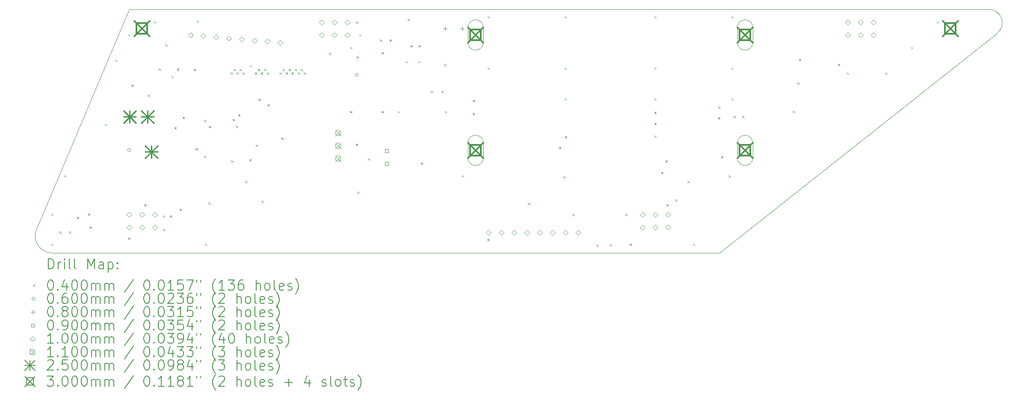
<source format=gbr>
%TF.GenerationSoftware,KiCad,Pcbnew,8.0.1*%
%TF.CreationDate,2024-04-20T14:56:34-05:00*%
%TF.ProjectId,badge,62616467-652e-46b6-9963-61645f706362,rev?*%
%TF.SameCoordinates,Original*%
%TF.FileFunction,Drillmap*%
%TF.FilePolarity,Positive*%
%FSLAX45Y45*%
G04 Gerber Fmt 4.5, Leading zero omitted, Abs format (unit mm)*
G04 Created by KiCad (PCBNEW 8.0.1) date 2024-04-20 14:56:34*
%MOMM*%
%LPD*%
G01*
G04 APERTURE LIST*
%ADD10C,0.050000*%
%ADD11C,0.200000*%
%ADD12C,0.100000*%
%ADD13C,0.110000*%
%ADD14C,0.250000*%
%ADD15C,0.300000*%
G04 APERTURE END LIST*
D10*
X5080000Y-10668000D02*
X18288000Y-10668000D01*
X5080000Y-10668000D02*
G75*
G02*
X4778813Y-10179909I190J337090D01*
G01*
X23622000Y-5842000D02*
X6604000Y-5842000D01*
X18288000Y-10668000D02*
X23784261Y-6316291D01*
X6604000Y-5842000D02*
X4778811Y-10179908D01*
X23622000Y-5842000D02*
G75*
G02*
X23784261Y-6316291I180J-264840D01*
G01*
D11*
D12*
X5060000Y-9886000D02*
X5100000Y-9926000D01*
X5100000Y-9886000D02*
X5060000Y-9926000D01*
X5060000Y-10480000D02*
X5100000Y-10520000D01*
X5100000Y-10480000D02*
X5060000Y-10520000D01*
X5219000Y-10240000D02*
X5259000Y-10280000D01*
X5259000Y-10240000D02*
X5219000Y-10280000D01*
X5314000Y-9124000D02*
X5354000Y-9164000D01*
X5354000Y-9124000D02*
X5314000Y-9164000D01*
X5414000Y-10240000D02*
X5454000Y-10280000D01*
X5454000Y-10240000D02*
X5414000Y-10280000D01*
X5570000Y-9950000D02*
X5610000Y-9990000D01*
X5610000Y-9950000D02*
X5570000Y-9990000D01*
X5790000Y-9880000D02*
X5830000Y-9920000D01*
X5830000Y-9880000D02*
X5790000Y-9920000D01*
X5820000Y-10140000D02*
X5860000Y-10180000D01*
X5860000Y-10140000D02*
X5820000Y-10180000D01*
X6120000Y-8108000D02*
X6160000Y-8148000D01*
X6160000Y-8108000D02*
X6120000Y-8148000D01*
X6330000Y-6838000D02*
X6370000Y-6878000D01*
X6370000Y-6838000D02*
X6330000Y-6878000D01*
X6580000Y-10360000D02*
X6620000Y-10400000D01*
X6620000Y-10360000D02*
X6580000Y-10400000D01*
X6584000Y-6330000D02*
X6624000Y-6370000D01*
X6624000Y-6330000D02*
X6584000Y-6370000D01*
X6646049Y-7330000D02*
X6686049Y-7370000D01*
X6686049Y-7330000D02*
X6646049Y-7370000D01*
X6900049Y-9700000D02*
X6940049Y-9740000D01*
X6940049Y-9700000D02*
X6900049Y-9740000D01*
X6970000Y-7530000D02*
X7010000Y-7570000D01*
X7010000Y-7530000D02*
X6970000Y-7570000D01*
X7092000Y-6076000D02*
X7132000Y-6116000D01*
X7132000Y-6076000D02*
X7092000Y-6116000D01*
X7190000Y-7010000D02*
X7230000Y-7050000D01*
X7230000Y-7010000D02*
X7190000Y-7050000D01*
X7270000Y-9920000D02*
X7310000Y-9960000D01*
X7310000Y-9920000D02*
X7270000Y-9960000D01*
X7272265Y-10190000D02*
X7312265Y-10230000D01*
X7312265Y-10190000D02*
X7272265Y-10230000D01*
X7320000Y-6530000D02*
X7360000Y-6570000D01*
X7360000Y-6530000D02*
X7320000Y-6570000D01*
X7410000Y-9920000D02*
X7450000Y-9960000D01*
X7450000Y-9920000D02*
X7410000Y-9960000D01*
X7440000Y-7160000D02*
X7480000Y-7200000D01*
X7480000Y-7160000D02*
X7440000Y-7200000D01*
X7500000Y-8170000D02*
X7540000Y-8210000D01*
X7540000Y-8170000D02*
X7500000Y-8210000D01*
X7550000Y-7010000D02*
X7590000Y-7050000D01*
X7590000Y-7010000D02*
X7550000Y-7050000D01*
X7600000Y-9790000D02*
X7640000Y-9830000D01*
X7640000Y-9790000D02*
X7600000Y-9830000D01*
X7660000Y-7970000D02*
X7700000Y-8010000D01*
X7700000Y-7970000D02*
X7660000Y-8010000D01*
X7880000Y-7020000D02*
X7920000Y-7060000D01*
X7920000Y-7020000D02*
X7880000Y-7060000D01*
X7920000Y-8590000D02*
X7960000Y-8630000D01*
X7960000Y-8590000D02*
X7920000Y-8630000D01*
X7940000Y-6060000D02*
X7980000Y-6100000D01*
X7980000Y-6060000D02*
X7940000Y-6100000D01*
X8090000Y-8030000D02*
X8130000Y-8070000D01*
X8130000Y-8030000D02*
X8090000Y-8070000D01*
X8090000Y-8740000D02*
X8130000Y-8780000D01*
X8130000Y-8740000D02*
X8090000Y-8780000D01*
X8108000Y-10480000D02*
X8148000Y-10520000D01*
X8148000Y-10480000D02*
X8108000Y-10520000D01*
X8170000Y-9660000D02*
X8210000Y-9700000D01*
X8210000Y-9660000D02*
X8170000Y-9700000D01*
X8180000Y-8150000D02*
X8220000Y-8190000D01*
X8220000Y-8150000D02*
X8180000Y-8190000D01*
X8610000Y-7090000D02*
X8650000Y-7130000D01*
X8650000Y-7090000D02*
X8610000Y-7130000D01*
X8620000Y-8830000D02*
X8660000Y-8870000D01*
X8660000Y-8830000D02*
X8620000Y-8870000D01*
X8650000Y-8010000D02*
X8690000Y-8050000D01*
X8690000Y-8010000D02*
X8650000Y-8050000D01*
X8670000Y-7020000D02*
X8710000Y-7060000D01*
X8710000Y-7020000D02*
X8670000Y-7060000D01*
X8715000Y-8145000D02*
X8755000Y-8185000D01*
X8755000Y-8145000D02*
X8715000Y-8185000D01*
X8730000Y-7090000D02*
X8770000Y-7130000D01*
X8770000Y-7090000D02*
X8730000Y-7130000D01*
X8760000Y-7920000D02*
X8800000Y-7960000D01*
X8800000Y-7920000D02*
X8760000Y-7960000D01*
X8790000Y-7020000D02*
X8830000Y-7060000D01*
X8830000Y-7020000D02*
X8790000Y-7060000D01*
X8850000Y-7090000D02*
X8890000Y-7130000D01*
X8890000Y-7090000D02*
X8850000Y-7130000D01*
X8900000Y-9240000D02*
X8940000Y-9280000D01*
X8940000Y-9240000D02*
X8900000Y-9280000D01*
X8980000Y-8810000D02*
X9020000Y-8850000D01*
X9020000Y-8810000D02*
X8980000Y-8850000D01*
X8990000Y-6940000D02*
X9030000Y-6980000D01*
X9030000Y-6940000D02*
X8990000Y-6980000D01*
X9090000Y-7090000D02*
X9130000Y-7130000D01*
X9130000Y-7090000D02*
X9090000Y-7130000D01*
X9110000Y-8520000D02*
X9150000Y-8560000D01*
X9150000Y-8520000D02*
X9110000Y-8560000D01*
X9150000Y-7020000D02*
X9190000Y-7060000D01*
X9190000Y-7020000D02*
X9150000Y-7060000D01*
X9160000Y-7610000D02*
X9200000Y-7650000D01*
X9200000Y-7610000D02*
X9160000Y-7650000D01*
X9210000Y-7090000D02*
X9250000Y-7130000D01*
X9250000Y-7090000D02*
X9210000Y-7130000D01*
X9220000Y-9630000D02*
X9260000Y-9670000D01*
X9260000Y-9630000D02*
X9220000Y-9670000D01*
X9270000Y-7020000D02*
X9310000Y-7060000D01*
X9310000Y-7020000D02*
X9270000Y-7060000D01*
X9330000Y-7090000D02*
X9370000Y-7130000D01*
X9370000Y-7090000D02*
X9330000Y-7130000D01*
X9340000Y-7720000D02*
X9380000Y-7760000D01*
X9380000Y-7720000D02*
X9340000Y-7760000D01*
X9577000Y-7090000D02*
X9617000Y-7130000D01*
X9617000Y-7090000D02*
X9577000Y-7130000D01*
X9610000Y-8380000D02*
X9650000Y-8420000D01*
X9650000Y-8380000D02*
X9610000Y-8420000D01*
X9640000Y-7020000D02*
X9680000Y-7060000D01*
X9680000Y-7020000D02*
X9640000Y-7060000D01*
X9700000Y-7090000D02*
X9740000Y-7130000D01*
X9740000Y-7090000D02*
X9700000Y-7130000D01*
X9760000Y-7020000D02*
X9800000Y-7060000D01*
X9800000Y-7020000D02*
X9760000Y-7060000D01*
X9820000Y-7090000D02*
X9860000Y-7130000D01*
X9860000Y-7090000D02*
X9820000Y-7130000D01*
X9880000Y-7020000D02*
X9920000Y-7060000D01*
X9920000Y-7020000D02*
X9880000Y-7060000D01*
X9940000Y-7090000D02*
X9980000Y-7130000D01*
X9980000Y-7090000D02*
X9940000Y-7130000D01*
X10000000Y-7020000D02*
X10040000Y-7060000D01*
X10040000Y-7020000D02*
X10000000Y-7060000D01*
X10060000Y-7090000D02*
X10100000Y-7130000D01*
X10100000Y-7090000D02*
X10060000Y-7130000D01*
X10560000Y-6700000D02*
X10600000Y-6740000D01*
X10600000Y-6700000D02*
X10560000Y-6740000D01*
X10975000Y-7854000D02*
X11015000Y-7894000D01*
X11015000Y-7854000D02*
X10975000Y-7894000D01*
X10980000Y-6584000D02*
X11020000Y-6624000D01*
X11020000Y-6584000D02*
X10980000Y-6624000D01*
X11090000Y-8505000D02*
X11130000Y-8545000D01*
X11130000Y-8505000D02*
X11090000Y-8545000D01*
X11092000Y-6080000D02*
X11132000Y-6120000D01*
X11132000Y-6080000D02*
X11092000Y-6120000D01*
X11100000Y-6770000D02*
X11140000Y-6810000D01*
X11140000Y-6770000D02*
X11100000Y-6810000D01*
X11120000Y-9450000D02*
X11160000Y-9490000D01*
X11160000Y-9450000D02*
X11120000Y-9490000D01*
X11156000Y-6330000D02*
X11196000Y-6370000D01*
X11196000Y-6330000D02*
X11156000Y-6370000D01*
X11330000Y-8790000D02*
X11370000Y-8830000D01*
X11370000Y-8790000D02*
X11330000Y-8830000D01*
X11569000Y-6435000D02*
X11609000Y-6475000D01*
X11609000Y-6435000D02*
X11569000Y-6475000D01*
X11600000Y-6686750D02*
X11640000Y-6726750D01*
X11640000Y-6686750D02*
X11600000Y-6726750D01*
X11600000Y-7854000D02*
X11640000Y-7894000D01*
X11640000Y-7854000D02*
X11600000Y-7894000D01*
X11759000Y-6435000D02*
X11799000Y-6475000D01*
X11799000Y-6435000D02*
X11759000Y-6475000D01*
X11920000Y-7854000D02*
X11960000Y-7894000D01*
X11960000Y-7854000D02*
X11920000Y-7894000D01*
X12080000Y-6865000D02*
X12120000Y-6905000D01*
X12120000Y-6865000D02*
X12080000Y-6905000D01*
X12116000Y-6031000D02*
X12156000Y-6071000D01*
X12156000Y-6031000D02*
X12116000Y-6071000D01*
X12170000Y-6550000D02*
X12210000Y-6590000D01*
X12210000Y-6550000D02*
X12170000Y-6590000D01*
X12325000Y-6865000D02*
X12365000Y-6905000D01*
X12365000Y-6865000D02*
X12325000Y-6905000D01*
X12330000Y-6550000D02*
X12370000Y-6590000D01*
X12370000Y-6550000D02*
X12330000Y-6590000D01*
X12375000Y-8874000D02*
X12415000Y-8914000D01*
X12415000Y-8874000D02*
X12375000Y-8914000D01*
X12576965Y-7450000D02*
X12616965Y-7490000D01*
X12616965Y-7450000D02*
X12576965Y-7490000D01*
X12785000Y-7450000D02*
X12825000Y-7490000D01*
X12825000Y-7450000D02*
X12785000Y-7490000D01*
X12840000Y-6920000D02*
X12880000Y-6960000D01*
X12880000Y-6920000D02*
X12840000Y-6960000D01*
X12850000Y-7854000D02*
X12890000Y-7894000D01*
X12890000Y-7854000D02*
X12850000Y-7894000D01*
X13188000Y-9124000D02*
X13228000Y-9164000D01*
X13228000Y-9124000D02*
X13188000Y-9164000D01*
X13400000Y-7890000D02*
X13440000Y-7930000D01*
X13440000Y-7890000D02*
X13400000Y-7930000D01*
X13405000Y-7635000D02*
X13445000Y-7675000D01*
X13445000Y-7635000D02*
X13405000Y-7675000D01*
X13690000Y-10385000D02*
X13730000Y-10425000D01*
X13730000Y-10385000D02*
X13690000Y-10425000D01*
X13696000Y-5976000D02*
X13736000Y-6016000D01*
X13736000Y-5976000D02*
X13696000Y-6016000D01*
X13696000Y-6992000D02*
X13736000Y-7032000D01*
X13736000Y-6992000D02*
X13696000Y-7032000D01*
X14500000Y-9670000D02*
X14540000Y-9710000D01*
X14540000Y-9670000D02*
X14500000Y-9710000D01*
X15110000Y-8560000D02*
X15150000Y-8600000D01*
X15150000Y-8560000D02*
X15110000Y-8600000D01*
X15200000Y-9148609D02*
X15240000Y-9188609D01*
X15240000Y-9148609D02*
X15200000Y-9188609D01*
X15220000Y-5976000D02*
X15260000Y-6016000D01*
X15260000Y-5976000D02*
X15220000Y-6016000D01*
X15220000Y-6992000D02*
X15260000Y-7032000D01*
X15260000Y-6992000D02*
X15220000Y-7032000D01*
X15220000Y-7600000D02*
X15260000Y-7640000D01*
X15260000Y-7600000D02*
X15220000Y-7640000D01*
X15230000Y-8350000D02*
X15270000Y-8390000D01*
X15270000Y-8350000D02*
X15230000Y-8390000D01*
X15380000Y-9890000D02*
X15420000Y-9930000D01*
X15420000Y-9890000D02*
X15380000Y-9930000D01*
X15850000Y-10500000D02*
X15890000Y-10540000D01*
X15890000Y-10500000D02*
X15850000Y-10540000D01*
X16115000Y-10494000D02*
X16155000Y-10534000D01*
X16155000Y-10494000D02*
X16115000Y-10534000D01*
X16417159Y-9890000D02*
X16457159Y-9930000D01*
X16457159Y-9890000D02*
X16417159Y-9930000D01*
X16510000Y-10480000D02*
X16550000Y-10520000D01*
X16550000Y-10480000D02*
X16510000Y-10520000D01*
X16998000Y-5976000D02*
X17038000Y-6016000D01*
X17038000Y-5976000D02*
X16998000Y-6016000D01*
X16998000Y-6992000D02*
X17038000Y-7032000D01*
X17038000Y-6992000D02*
X16998000Y-7032000D01*
X16998000Y-7600000D02*
X17038000Y-7640000D01*
X17038000Y-7600000D02*
X16998000Y-7640000D01*
X16998000Y-7870000D02*
X17038000Y-7910000D01*
X17038000Y-7870000D02*
X16998000Y-7910000D01*
X16998000Y-8090000D02*
X17038000Y-8130000D01*
X17038000Y-8090000D02*
X16998000Y-8130000D01*
X16998000Y-8338000D02*
X17038000Y-8378000D01*
X17038000Y-8338000D02*
X16998000Y-8378000D01*
X17134500Y-9060000D02*
X17174500Y-9100000D01*
X17174500Y-9060000D02*
X17134500Y-9100000D01*
X17220000Y-8830000D02*
X17260000Y-8870000D01*
X17260000Y-8830000D02*
X17220000Y-8870000D01*
X17240000Y-9700000D02*
X17280000Y-9740000D01*
X17280000Y-9700000D02*
X17240000Y-9740000D01*
X17410000Y-9600000D02*
X17450000Y-9640000D01*
X17450000Y-9600000D02*
X17410000Y-9640000D01*
X17658050Y-9238050D02*
X17698050Y-9278050D01*
X17698050Y-9238050D02*
X17658050Y-9278050D01*
X17760000Y-10480000D02*
X17800000Y-10520000D01*
X17800000Y-10480000D02*
X17760000Y-10520000D01*
X18260000Y-7980000D02*
X18300000Y-8020000D01*
X18300000Y-7980000D02*
X18260000Y-8020000D01*
X18265764Y-7764236D02*
X18305764Y-7804236D01*
X18305764Y-7764236D02*
X18265764Y-7804236D01*
X18320000Y-8750000D02*
X18360000Y-8790000D01*
X18360000Y-8750000D02*
X18320000Y-8790000D01*
X18470000Y-9130000D02*
X18510000Y-9170000D01*
X18510000Y-9130000D02*
X18470000Y-9170000D01*
X18522000Y-5976000D02*
X18562000Y-6016000D01*
X18562000Y-5976000D02*
X18522000Y-6016000D01*
X18522000Y-6992000D02*
X18562000Y-7032000D01*
X18562000Y-6992000D02*
X18522000Y-7032000D01*
X18522000Y-7600000D02*
X18562000Y-7640000D01*
X18562000Y-7600000D02*
X18522000Y-7640000D01*
X18567431Y-7954236D02*
X18607431Y-7994236D01*
X18607431Y-7954236D02*
X18567431Y-7994236D01*
X18737431Y-7954236D02*
X18777431Y-7994236D01*
X18777431Y-7954236D02*
X18737431Y-7994236D01*
X19740000Y-7850000D02*
X19780000Y-7890000D01*
X19780000Y-7850000D02*
X19740000Y-7890000D01*
X19830000Y-7280000D02*
X19870000Y-7320000D01*
X19870000Y-7280000D02*
X19830000Y-7320000D01*
X19860000Y-6820000D02*
X19900000Y-6860000D01*
X19900000Y-6820000D02*
X19860000Y-6860000D01*
X20630000Y-6920000D02*
X20670000Y-6960000D01*
X20670000Y-6920000D02*
X20630000Y-6960000D01*
X20808000Y-7092000D02*
X20848000Y-7132000D01*
X20848000Y-7092000D02*
X20808000Y-7132000D01*
X21570000Y-7092000D02*
X21610000Y-7132000D01*
X21610000Y-7092000D02*
X21570000Y-7132000D01*
X22078000Y-6584000D02*
X22118000Y-6624000D01*
X22118000Y-6584000D02*
X22078000Y-6624000D01*
X22586000Y-6076000D02*
X22626000Y-6116000D01*
X22626000Y-6076000D02*
X22586000Y-6116000D01*
X6634000Y-8630000D02*
G75*
G02*
X6574000Y-8630000I-30000J0D01*
G01*
X6574000Y-8630000D02*
G75*
G02*
X6634000Y-8630000I30000J0D01*
G01*
X11140000Y-7140000D02*
G75*
G02*
X11080000Y-7140000I-30000J0D01*
G01*
X11080000Y-7140000D02*
G75*
G02*
X11140000Y-7140000I30000J0D01*
G01*
X12858000Y-6180000D02*
X12858000Y-6260000D01*
X12818000Y-6220000D02*
X12898000Y-6220000D01*
X13198000Y-6180000D02*
X13198000Y-6260000D01*
X13158000Y-6220000D02*
X13238000Y-6220000D01*
X11731820Y-8675320D02*
X11731820Y-8611680D01*
X11668180Y-8611680D01*
X11668180Y-8675320D01*
X11731820Y-8675320D01*
X11731820Y-8929320D02*
X11731820Y-8865680D01*
X11668180Y-8865680D01*
X11668180Y-8929320D01*
X11731820Y-8929320D01*
X6604000Y-9956000D02*
X6654000Y-9906000D01*
X6604000Y-9856000D01*
X6554000Y-9906000D01*
X6604000Y-9956000D01*
X6604000Y-10210000D02*
X6654000Y-10160000D01*
X6604000Y-10110000D01*
X6554000Y-10160000D01*
X6604000Y-10210000D01*
X6858000Y-9956000D02*
X6908000Y-9906000D01*
X6858000Y-9856000D01*
X6808000Y-9906000D01*
X6858000Y-9956000D01*
X6858000Y-10210000D02*
X6908000Y-10160000D01*
X6858000Y-10110000D01*
X6808000Y-10160000D01*
X6858000Y-10210000D01*
X7112000Y-9956000D02*
X7162000Y-9906000D01*
X7112000Y-9856000D01*
X7062000Y-9906000D01*
X7112000Y-9956000D01*
X7112000Y-10210000D02*
X7162000Y-10160000D01*
X7112000Y-10110000D01*
X7062000Y-10160000D01*
X7112000Y-10210000D01*
X7820000Y-6397694D02*
X7870000Y-6347694D01*
X7820000Y-6297694D01*
X7770000Y-6347694D01*
X7820000Y-6397694D01*
X8073034Y-6419832D02*
X8123034Y-6369832D01*
X8073034Y-6319832D01*
X8023034Y-6369832D01*
X8073034Y-6419832D01*
X8326067Y-6441970D02*
X8376067Y-6391970D01*
X8326067Y-6341970D01*
X8276067Y-6391970D01*
X8326067Y-6441970D01*
X8579100Y-6464107D02*
X8629100Y-6414107D01*
X8579100Y-6364107D01*
X8529100Y-6414107D01*
X8579100Y-6464107D01*
X8832134Y-6486245D02*
X8882134Y-6436245D01*
X8832134Y-6386245D01*
X8782134Y-6436245D01*
X8832134Y-6486245D01*
X9085167Y-6508382D02*
X9135167Y-6458382D01*
X9085167Y-6408382D01*
X9035167Y-6458382D01*
X9085167Y-6508382D01*
X9338201Y-6530520D02*
X9388201Y-6480520D01*
X9338201Y-6430520D01*
X9288201Y-6480520D01*
X9338201Y-6530520D01*
X9591234Y-6552657D02*
X9641234Y-6502657D01*
X9591234Y-6452657D01*
X9541234Y-6502657D01*
X9591234Y-6552657D01*
X10414000Y-6146000D02*
X10464000Y-6096000D01*
X10414000Y-6046000D01*
X10364000Y-6096000D01*
X10414000Y-6146000D01*
X10414000Y-6400000D02*
X10464000Y-6350000D01*
X10414000Y-6300000D01*
X10364000Y-6350000D01*
X10414000Y-6400000D01*
X10668000Y-6146000D02*
X10718000Y-6096000D01*
X10668000Y-6046000D01*
X10618000Y-6096000D01*
X10668000Y-6146000D01*
X10668000Y-6400000D02*
X10718000Y-6350000D01*
X10668000Y-6300000D01*
X10618000Y-6350000D01*
X10668000Y-6400000D01*
X10922000Y-6146000D02*
X10972000Y-6096000D01*
X10922000Y-6046000D01*
X10872000Y-6096000D01*
X10922000Y-6146000D01*
X10922000Y-6400000D02*
X10972000Y-6350000D01*
X10922000Y-6300000D01*
X10872000Y-6350000D01*
X10922000Y-6400000D01*
X13716000Y-10310000D02*
X13766000Y-10260000D01*
X13716000Y-10210000D01*
X13666000Y-10260000D01*
X13716000Y-10310000D01*
X13970000Y-10310000D02*
X14020000Y-10260000D01*
X13970000Y-10210000D01*
X13920000Y-10260000D01*
X13970000Y-10310000D01*
X14224000Y-10310000D02*
X14274000Y-10260000D01*
X14224000Y-10210000D01*
X14174000Y-10260000D01*
X14224000Y-10310000D01*
X14478000Y-10310000D02*
X14528000Y-10260000D01*
X14478000Y-10210000D01*
X14428000Y-10260000D01*
X14478000Y-10310000D01*
X14732000Y-10310000D02*
X14782000Y-10260000D01*
X14732000Y-10210000D01*
X14682000Y-10260000D01*
X14732000Y-10310000D01*
X14986000Y-10310000D02*
X15036000Y-10260000D01*
X14986000Y-10210000D01*
X14936000Y-10260000D01*
X14986000Y-10310000D01*
X15240000Y-10310000D02*
X15290000Y-10260000D01*
X15240000Y-10210000D01*
X15190000Y-10260000D01*
X15240000Y-10310000D01*
X15494000Y-10310000D02*
X15544000Y-10260000D01*
X15494000Y-10210000D01*
X15444000Y-10260000D01*
X15494000Y-10310000D01*
X16764000Y-9956000D02*
X16814000Y-9906000D01*
X16764000Y-9856000D01*
X16714000Y-9906000D01*
X16764000Y-9956000D01*
X16764000Y-10210000D02*
X16814000Y-10160000D01*
X16764000Y-10110000D01*
X16714000Y-10160000D01*
X16764000Y-10210000D01*
X17018000Y-9956000D02*
X17068000Y-9906000D01*
X17018000Y-9856000D01*
X16968000Y-9906000D01*
X17018000Y-9956000D01*
X17018000Y-10210000D02*
X17068000Y-10160000D01*
X17018000Y-10110000D01*
X16968000Y-10160000D01*
X17018000Y-10210000D01*
X17272000Y-9956000D02*
X17322000Y-9906000D01*
X17272000Y-9856000D01*
X17222000Y-9906000D01*
X17272000Y-9956000D01*
X17272000Y-10210000D02*
X17322000Y-10160000D01*
X17272000Y-10110000D01*
X17222000Y-10160000D01*
X17272000Y-10210000D01*
X20828000Y-6146000D02*
X20878000Y-6096000D01*
X20828000Y-6046000D01*
X20778000Y-6096000D01*
X20828000Y-6146000D01*
X20828000Y-6400000D02*
X20878000Y-6350000D01*
X20828000Y-6300000D01*
X20778000Y-6350000D01*
X20828000Y-6400000D01*
X21082000Y-6146000D02*
X21132000Y-6096000D01*
X21082000Y-6046000D01*
X21032000Y-6096000D01*
X21082000Y-6146000D01*
X21082000Y-6400000D02*
X21132000Y-6350000D01*
X21082000Y-6300000D01*
X21032000Y-6350000D01*
X21082000Y-6400000D01*
X21336000Y-6146000D02*
X21386000Y-6096000D01*
X21336000Y-6046000D01*
X21286000Y-6096000D01*
X21336000Y-6146000D01*
X21336000Y-6400000D02*
X21386000Y-6350000D01*
X21336000Y-6300000D01*
X21286000Y-6350000D01*
X21336000Y-6400000D01*
D13*
X10685000Y-8235000D02*
X10795000Y-8345000D01*
X10795000Y-8235000D02*
X10685000Y-8345000D01*
X10795000Y-8290000D02*
G75*
G02*
X10685000Y-8290000I-55000J0D01*
G01*
X10685000Y-8290000D02*
G75*
G02*
X10795000Y-8290000I55000J0D01*
G01*
X10685000Y-8489000D02*
X10795000Y-8599000D01*
X10795000Y-8489000D02*
X10685000Y-8599000D01*
X10795000Y-8544000D02*
G75*
G02*
X10685000Y-8544000I-55000J0D01*
G01*
X10685000Y-8544000D02*
G75*
G02*
X10795000Y-8544000I55000J0D01*
G01*
X10685000Y-8743000D02*
X10795000Y-8853000D01*
X10795000Y-8743000D02*
X10685000Y-8853000D01*
X10795000Y-8798000D02*
G75*
G02*
X10685000Y-8798000I-55000J0D01*
G01*
X10685000Y-8798000D02*
G75*
G02*
X10795000Y-8798000I55000J0D01*
G01*
D14*
X6491927Y-7846488D02*
X6741927Y-8096488D01*
X6741927Y-7846488D02*
X6491927Y-8096488D01*
X6616927Y-7846488D02*
X6616927Y-8096488D01*
X6491927Y-7971488D02*
X6741927Y-7971488D01*
X6842927Y-7846488D02*
X7092927Y-8096488D01*
X7092927Y-7846488D02*
X6842927Y-8096488D01*
X6967927Y-7846488D02*
X6967927Y-8096488D01*
X6842927Y-7971488D02*
X7092927Y-7971488D01*
X6922001Y-8540963D02*
X7172001Y-8790963D01*
X7172001Y-8540963D02*
X6922001Y-8790963D01*
X7047001Y-8540963D02*
X7047001Y-8790963D01*
X6922001Y-8665963D02*
X7172001Y-8665963D01*
D15*
X6708000Y-6073000D02*
X7008000Y-6373000D01*
X7008000Y-6073000D02*
X6708000Y-6373000D01*
X6964067Y-6329067D02*
X6964067Y-6116933D01*
X6751933Y-6116933D01*
X6751933Y-6329067D01*
X6964067Y-6329067D01*
X13312000Y-6200000D02*
X13612000Y-6500000D01*
X13612000Y-6200000D02*
X13312000Y-6500000D01*
X13568067Y-6456067D02*
X13568067Y-6243933D01*
X13355933Y-6243933D01*
X13355933Y-6456067D01*
X13568067Y-6456067D01*
D12*
X13312000Y-6200000D02*
X13312000Y-6500000D01*
X13612000Y-6500000D02*
G75*
G02*
X13312000Y-6500000I-150000J0D01*
G01*
X13612000Y-6500000D02*
X13612000Y-6200000D01*
X13612000Y-6200000D02*
G75*
G03*
X13312000Y-6200000I-150000J0D01*
G01*
D15*
X13312000Y-8486000D02*
X13612000Y-8786000D01*
X13612000Y-8486000D02*
X13312000Y-8786000D01*
X13568067Y-8742067D02*
X13568067Y-8529933D01*
X13355933Y-8529933D01*
X13355933Y-8742067D01*
X13568067Y-8742067D01*
D12*
X13312000Y-8486000D02*
X13312000Y-8786000D01*
X13612000Y-8786000D02*
G75*
G02*
X13312000Y-8786000I-150000J0D01*
G01*
X13612000Y-8786000D02*
X13612000Y-8486000D01*
X13612000Y-8486000D02*
G75*
G03*
X13312000Y-8486000I-150000J0D01*
G01*
D15*
X18646000Y-6200000D02*
X18946000Y-6500000D01*
X18946000Y-6200000D02*
X18646000Y-6500000D01*
X18902067Y-6456067D02*
X18902067Y-6243933D01*
X18689933Y-6243933D01*
X18689933Y-6456067D01*
X18902067Y-6456067D01*
D12*
X18646000Y-6200000D02*
X18646000Y-6500000D01*
X18946000Y-6500000D02*
G75*
G02*
X18646000Y-6500000I-150000J0D01*
G01*
X18946000Y-6500000D02*
X18946000Y-6200000D01*
X18946000Y-6200000D02*
G75*
G03*
X18646000Y-6200000I-150000J0D01*
G01*
D15*
X18646000Y-8486000D02*
X18946000Y-8786000D01*
X18946000Y-8486000D02*
X18646000Y-8786000D01*
X18902067Y-8742067D02*
X18902067Y-8529933D01*
X18689933Y-8529933D01*
X18689933Y-8742067D01*
X18902067Y-8742067D01*
D12*
X18646000Y-8486000D02*
X18646000Y-8786000D01*
X18946000Y-8786000D02*
G75*
G02*
X18646000Y-8786000I-150000J0D01*
G01*
X18946000Y-8786000D02*
X18946000Y-8486000D01*
X18946000Y-8486000D02*
G75*
G03*
X18646000Y-8486000I-150000J0D01*
G01*
D15*
X22710000Y-6073000D02*
X23010000Y-6373000D01*
X23010000Y-6073000D02*
X22710000Y-6373000D01*
X22966067Y-6329067D02*
X22966067Y-6116933D01*
X22753933Y-6116933D01*
X22753933Y-6329067D01*
X22966067Y-6329067D01*
D11*
X5001377Y-10981984D02*
X5001377Y-10781984D01*
X5001377Y-10781984D02*
X5048996Y-10781984D01*
X5048996Y-10781984D02*
X5077567Y-10791508D01*
X5077567Y-10791508D02*
X5096615Y-10810555D01*
X5096615Y-10810555D02*
X5106139Y-10829603D01*
X5106139Y-10829603D02*
X5115662Y-10867698D01*
X5115662Y-10867698D02*
X5115662Y-10896270D01*
X5115662Y-10896270D02*
X5106139Y-10934365D01*
X5106139Y-10934365D02*
X5096615Y-10953412D01*
X5096615Y-10953412D02*
X5077567Y-10972460D01*
X5077567Y-10972460D02*
X5048996Y-10981984D01*
X5048996Y-10981984D02*
X5001377Y-10981984D01*
X5201377Y-10981984D02*
X5201377Y-10848650D01*
X5201377Y-10886746D02*
X5210901Y-10867698D01*
X5210901Y-10867698D02*
X5220424Y-10858174D01*
X5220424Y-10858174D02*
X5239472Y-10848650D01*
X5239472Y-10848650D02*
X5258520Y-10848650D01*
X5325186Y-10981984D02*
X5325186Y-10848650D01*
X5325186Y-10781984D02*
X5315662Y-10791508D01*
X5315662Y-10791508D02*
X5325186Y-10801031D01*
X5325186Y-10801031D02*
X5334710Y-10791508D01*
X5334710Y-10791508D02*
X5325186Y-10781984D01*
X5325186Y-10781984D02*
X5325186Y-10801031D01*
X5448996Y-10981984D02*
X5429948Y-10972460D01*
X5429948Y-10972460D02*
X5420424Y-10953412D01*
X5420424Y-10953412D02*
X5420424Y-10781984D01*
X5553758Y-10981984D02*
X5534710Y-10972460D01*
X5534710Y-10972460D02*
X5525186Y-10953412D01*
X5525186Y-10953412D02*
X5525186Y-10781984D01*
X5782329Y-10981984D02*
X5782329Y-10781984D01*
X5782329Y-10781984D02*
X5848996Y-10924841D01*
X5848996Y-10924841D02*
X5915662Y-10781984D01*
X5915662Y-10781984D02*
X5915662Y-10981984D01*
X6096615Y-10981984D02*
X6096615Y-10877222D01*
X6096615Y-10877222D02*
X6087091Y-10858174D01*
X6087091Y-10858174D02*
X6068043Y-10848650D01*
X6068043Y-10848650D02*
X6029948Y-10848650D01*
X6029948Y-10848650D02*
X6010900Y-10858174D01*
X6096615Y-10972460D02*
X6077567Y-10981984D01*
X6077567Y-10981984D02*
X6029948Y-10981984D01*
X6029948Y-10981984D02*
X6010900Y-10972460D01*
X6010900Y-10972460D02*
X6001377Y-10953412D01*
X6001377Y-10953412D02*
X6001377Y-10934365D01*
X6001377Y-10934365D02*
X6010900Y-10915317D01*
X6010900Y-10915317D02*
X6029948Y-10905793D01*
X6029948Y-10905793D02*
X6077567Y-10905793D01*
X6077567Y-10905793D02*
X6096615Y-10896270D01*
X6191853Y-10848650D02*
X6191853Y-11048650D01*
X6191853Y-10858174D02*
X6210900Y-10848650D01*
X6210900Y-10848650D02*
X6248996Y-10848650D01*
X6248996Y-10848650D02*
X6268043Y-10858174D01*
X6268043Y-10858174D02*
X6277567Y-10867698D01*
X6277567Y-10867698D02*
X6287091Y-10886746D01*
X6287091Y-10886746D02*
X6287091Y-10943889D01*
X6287091Y-10943889D02*
X6277567Y-10962936D01*
X6277567Y-10962936D02*
X6268043Y-10972460D01*
X6268043Y-10972460D02*
X6248996Y-10981984D01*
X6248996Y-10981984D02*
X6210900Y-10981984D01*
X6210900Y-10981984D02*
X6191853Y-10972460D01*
X6372805Y-10962936D02*
X6382329Y-10972460D01*
X6382329Y-10972460D02*
X6372805Y-10981984D01*
X6372805Y-10981984D02*
X6363281Y-10972460D01*
X6363281Y-10972460D02*
X6372805Y-10962936D01*
X6372805Y-10962936D02*
X6372805Y-10981984D01*
X6372805Y-10858174D02*
X6382329Y-10867698D01*
X6382329Y-10867698D02*
X6372805Y-10877222D01*
X6372805Y-10877222D02*
X6363281Y-10867698D01*
X6363281Y-10867698D02*
X6372805Y-10858174D01*
X6372805Y-10858174D02*
X6372805Y-10877222D01*
D12*
X4700600Y-11290500D02*
X4740600Y-11330500D01*
X4740600Y-11290500D02*
X4700600Y-11330500D01*
D11*
X5039472Y-11201984D02*
X5058520Y-11201984D01*
X5058520Y-11201984D02*
X5077567Y-11211508D01*
X5077567Y-11211508D02*
X5087091Y-11221031D01*
X5087091Y-11221031D02*
X5096615Y-11240079D01*
X5096615Y-11240079D02*
X5106139Y-11278174D01*
X5106139Y-11278174D02*
X5106139Y-11325793D01*
X5106139Y-11325793D02*
X5096615Y-11363888D01*
X5096615Y-11363888D02*
X5087091Y-11382936D01*
X5087091Y-11382936D02*
X5077567Y-11392460D01*
X5077567Y-11392460D02*
X5058520Y-11401984D01*
X5058520Y-11401984D02*
X5039472Y-11401984D01*
X5039472Y-11401984D02*
X5020424Y-11392460D01*
X5020424Y-11392460D02*
X5010901Y-11382936D01*
X5010901Y-11382936D02*
X5001377Y-11363888D01*
X5001377Y-11363888D02*
X4991853Y-11325793D01*
X4991853Y-11325793D02*
X4991853Y-11278174D01*
X4991853Y-11278174D02*
X5001377Y-11240079D01*
X5001377Y-11240079D02*
X5010901Y-11221031D01*
X5010901Y-11221031D02*
X5020424Y-11211508D01*
X5020424Y-11211508D02*
X5039472Y-11201984D01*
X5191853Y-11382936D02*
X5201377Y-11392460D01*
X5201377Y-11392460D02*
X5191853Y-11401984D01*
X5191853Y-11401984D02*
X5182329Y-11392460D01*
X5182329Y-11392460D02*
X5191853Y-11382936D01*
X5191853Y-11382936D02*
X5191853Y-11401984D01*
X5372805Y-11268650D02*
X5372805Y-11401984D01*
X5325186Y-11192460D02*
X5277567Y-11335317D01*
X5277567Y-11335317D02*
X5401377Y-11335317D01*
X5515662Y-11201984D02*
X5534710Y-11201984D01*
X5534710Y-11201984D02*
X5553758Y-11211508D01*
X5553758Y-11211508D02*
X5563282Y-11221031D01*
X5563282Y-11221031D02*
X5572805Y-11240079D01*
X5572805Y-11240079D02*
X5582329Y-11278174D01*
X5582329Y-11278174D02*
X5582329Y-11325793D01*
X5582329Y-11325793D02*
X5572805Y-11363888D01*
X5572805Y-11363888D02*
X5563282Y-11382936D01*
X5563282Y-11382936D02*
X5553758Y-11392460D01*
X5553758Y-11392460D02*
X5534710Y-11401984D01*
X5534710Y-11401984D02*
X5515662Y-11401984D01*
X5515662Y-11401984D02*
X5496615Y-11392460D01*
X5496615Y-11392460D02*
X5487091Y-11382936D01*
X5487091Y-11382936D02*
X5477567Y-11363888D01*
X5477567Y-11363888D02*
X5468043Y-11325793D01*
X5468043Y-11325793D02*
X5468043Y-11278174D01*
X5468043Y-11278174D02*
X5477567Y-11240079D01*
X5477567Y-11240079D02*
X5487091Y-11221031D01*
X5487091Y-11221031D02*
X5496615Y-11211508D01*
X5496615Y-11211508D02*
X5515662Y-11201984D01*
X5706139Y-11201984D02*
X5725186Y-11201984D01*
X5725186Y-11201984D02*
X5744234Y-11211508D01*
X5744234Y-11211508D02*
X5753758Y-11221031D01*
X5753758Y-11221031D02*
X5763281Y-11240079D01*
X5763281Y-11240079D02*
X5772805Y-11278174D01*
X5772805Y-11278174D02*
X5772805Y-11325793D01*
X5772805Y-11325793D02*
X5763281Y-11363888D01*
X5763281Y-11363888D02*
X5753758Y-11382936D01*
X5753758Y-11382936D02*
X5744234Y-11392460D01*
X5744234Y-11392460D02*
X5725186Y-11401984D01*
X5725186Y-11401984D02*
X5706139Y-11401984D01*
X5706139Y-11401984D02*
X5687091Y-11392460D01*
X5687091Y-11392460D02*
X5677567Y-11382936D01*
X5677567Y-11382936D02*
X5668043Y-11363888D01*
X5668043Y-11363888D02*
X5658520Y-11325793D01*
X5658520Y-11325793D02*
X5658520Y-11278174D01*
X5658520Y-11278174D02*
X5668043Y-11240079D01*
X5668043Y-11240079D02*
X5677567Y-11221031D01*
X5677567Y-11221031D02*
X5687091Y-11211508D01*
X5687091Y-11211508D02*
X5706139Y-11201984D01*
X5858520Y-11401984D02*
X5858520Y-11268650D01*
X5858520Y-11287698D02*
X5868043Y-11278174D01*
X5868043Y-11278174D02*
X5887091Y-11268650D01*
X5887091Y-11268650D02*
X5915662Y-11268650D01*
X5915662Y-11268650D02*
X5934710Y-11278174D01*
X5934710Y-11278174D02*
X5944234Y-11297222D01*
X5944234Y-11297222D02*
X5944234Y-11401984D01*
X5944234Y-11297222D02*
X5953758Y-11278174D01*
X5953758Y-11278174D02*
X5972805Y-11268650D01*
X5972805Y-11268650D02*
X6001377Y-11268650D01*
X6001377Y-11268650D02*
X6020424Y-11278174D01*
X6020424Y-11278174D02*
X6029948Y-11297222D01*
X6029948Y-11297222D02*
X6029948Y-11401984D01*
X6125186Y-11401984D02*
X6125186Y-11268650D01*
X6125186Y-11287698D02*
X6134710Y-11278174D01*
X6134710Y-11278174D02*
X6153758Y-11268650D01*
X6153758Y-11268650D02*
X6182329Y-11268650D01*
X6182329Y-11268650D02*
X6201377Y-11278174D01*
X6201377Y-11278174D02*
X6210901Y-11297222D01*
X6210901Y-11297222D02*
X6210901Y-11401984D01*
X6210901Y-11297222D02*
X6220424Y-11278174D01*
X6220424Y-11278174D02*
X6239472Y-11268650D01*
X6239472Y-11268650D02*
X6268043Y-11268650D01*
X6268043Y-11268650D02*
X6287091Y-11278174D01*
X6287091Y-11278174D02*
X6296615Y-11297222D01*
X6296615Y-11297222D02*
X6296615Y-11401984D01*
X6687091Y-11192460D02*
X6515663Y-11449603D01*
X6944234Y-11201984D02*
X6963282Y-11201984D01*
X6963282Y-11201984D02*
X6982329Y-11211508D01*
X6982329Y-11211508D02*
X6991853Y-11221031D01*
X6991853Y-11221031D02*
X7001377Y-11240079D01*
X7001377Y-11240079D02*
X7010901Y-11278174D01*
X7010901Y-11278174D02*
X7010901Y-11325793D01*
X7010901Y-11325793D02*
X7001377Y-11363888D01*
X7001377Y-11363888D02*
X6991853Y-11382936D01*
X6991853Y-11382936D02*
X6982329Y-11392460D01*
X6982329Y-11392460D02*
X6963282Y-11401984D01*
X6963282Y-11401984D02*
X6944234Y-11401984D01*
X6944234Y-11401984D02*
X6925186Y-11392460D01*
X6925186Y-11392460D02*
X6915663Y-11382936D01*
X6915663Y-11382936D02*
X6906139Y-11363888D01*
X6906139Y-11363888D02*
X6896615Y-11325793D01*
X6896615Y-11325793D02*
X6896615Y-11278174D01*
X6896615Y-11278174D02*
X6906139Y-11240079D01*
X6906139Y-11240079D02*
X6915663Y-11221031D01*
X6915663Y-11221031D02*
X6925186Y-11211508D01*
X6925186Y-11211508D02*
X6944234Y-11201984D01*
X7096615Y-11382936D02*
X7106139Y-11392460D01*
X7106139Y-11392460D02*
X7096615Y-11401984D01*
X7096615Y-11401984D02*
X7087091Y-11392460D01*
X7087091Y-11392460D02*
X7096615Y-11382936D01*
X7096615Y-11382936D02*
X7096615Y-11401984D01*
X7229948Y-11201984D02*
X7248996Y-11201984D01*
X7248996Y-11201984D02*
X7268044Y-11211508D01*
X7268044Y-11211508D02*
X7277567Y-11221031D01*
X7277567Y-11221031D02*
X7287091Y-11240079D01*
X7287091Y-11240079D02*
X7296615Y-11278174D01*
X7296615Y-11278174D02*
X7296615Y-11325793D01*
X7296615Y-11325793D02*
X7287091Y-11363888D01*
X7287091Y-11363888D02*
X7277567Y-11382936D01*
X7277567Y-11382936D02*
X7268044Y-11392460D01*
X7268044Y-11392460D02*
X7248996Y-11401984D01*
X7248996Y-11401984D02*
X7229948Y-11401984D01*
X7229948Y-11401984D02*
X7210901Y-11392460D01*
X7210901Y-11392460D02*
X7201377Y-11382936D01*
X7201377Y-11382936D02*
X7191853Y-11363888D01*
X7191853Y-11363888D02*
X7182329Y-11325793D01*
X7182329Y-11325793D02*
X7182329Y-11278174D01*
X7182329Y-11278174D02*
X7191853Y-11240079D01*
X7191853Y-11240079D02*
X7201377Y-11221031D01*
X7201377Y-11221031D02*
X7210901Y-11211508D01*
X7210901Y-11211508D02*
X7229948Y-11201984D01*
X7487091Y-11401984D02*
X7372805Y-11401984D01*
X7429948Y-11401984D02*
X7429948Y-11201984D01*
X7429948Y-11201984D02*
X7410901Y-11230555D01*
X7410901Y-11230555D02*
X7391853Y-11249603D01*
X7391853Y-11249603D02*
X7372805Y-11259127D01*
X7668044Y-11201984D02*
X7572805Y-11201984D01*
X7572805Y-11201984D02*
X7563282Y-11297222D01*
X7563282Y-11297222D02*
X7572805Y-11287698D01*
X7572805Y-11287698D02*
X7591853Y-11278174D01*
X7591853Y-11278174D02*
X7639472Y-11278174D01*
X7639472Y-11278174D02*
X7658520Y-11287698D01*
X7658520Y-11287698D02*
X7668044Y-11297222D01*
X7668044Y-11297222D02*
X7677567Y-11316269D01*
X7677567Y-11316269D02*
X7677567Y-11363888D01*
X7677567Y-11363888D02*
X7668044Y-11382936D01*
X7668044Y-11382936D02*
X7658520Y-11392460D01*
X7658520Y-11392460D02*
X7639472Y-11401984D01*
X7639472Y-11401984D02*
X7591853Y-11401984D01*
X7591853Y-11401984D02*
X7572805Y-11392460D01*
X7572805Y-11392460D02*
X7563282Y-11382936D01*
X7744234Y-11201984D02*
X7877567Y-11201984D01*
X7877567Y-11201984D02*
X7791853Y-11401984D01*
X7944234Y-11201984D02*
X7944234Y-11240079D01*
X8020425Y-11201984D02*
X8020425Y-11240079D01*
X8315663Y-11478174D02*
X8306139Y-11468650D01*
X8306139Y-11468650D02*
X8287091Y-11440079D01*
X8287091Y-11440079D02*
X8277567Y-11421031D01*
X8277567Y-11421031D02*
X8268044Y-11392460D01*
X8268044Y-11392460D02*
X8258520Y-11344841D01*
X8258520Y-11344841D02*
X8258520Y-11306746D01*
X8258520Y-11306746D02*
X8268044Y-11259127D01*
X8268044Y-11259127D02*
X8277567Y-11230555D01*
X8277567Y-11230555D02*
X8287091Y-11211508D01*
X8287091Y-11211508D02*
X8306139Y-11182936D01*
X8306139Y-11182936D02*
X8315663Y-11173412D01*
X8496615Y-11401984D02*
X8382329Y-11401984D01*
X8439472Y-11401984D02*
X8439472Y-11201984D01*
X8439472Y-11201984D02*
X8420425Y-11230555D01*
X8420425Y-11230555D02*
X8401377Y-11249603D01*
X8401377Y-11249603D02*
X8382329Y-11259127D01*
X8563282Y-11201984D02*
X8687091Y-11201984D01*
X8687091Y-11201984D02*
X8620425Y-11278174D01*
X8620425Y-11278174D02*
X8648996Y-11278174D01*
X8648996Y-11278174D02*
X8668044Y-11287698D01*
X8668044Y-11287698D02*
X8677568Y-11297222D01*
X8677568Y-11297222D02*
X8687091Y-11316269D01*
X8687091Y-11316269D02*
X8687091Y-11363888D01*
X8687091Y-11363888D02*
X8677568Y-11382936D01*
X8677568Y-11382936D02*
X8668044Y-11392460D01*
X8668044Y-11392460D02*
X8648996Y-11401984D01*
X8648996Y-11401984D02*
X8591853Y-11401984D01*
X8591853Y-11401984D02*
X8572806Y-11392460D01*
X8572806Y-11392460D02*
X8563282Y-11382936D01*
X8858520Y-11201984D02*
X8820425Y-11201984D01*
X8820425Y-11201984D02*
X8801377Y-11211508D01*
X8801377Y-11211508D02*
X8791853Y-11221031D01*
X8791853Y-11221031D02*
X8772806Y-11249603D01*
X8772806Y-11249603D02*
X8763282Y-11287698D01*
X8763282Y-11287698D02*
X8763282Y-11363888D01*
X8763282Y-11363888D02*
X8772806Y-11382936D01*
X8772806Y-11382936D02*
X8782329Y-11392460D01*
X8782329Y-11392460D02*
X8801377Y-11401984D01*
X8801377Y-11401984D02*
X8839472Y-11401984D01*
X8839472Y-11401984D02*
X8858520Y-11392460D01*
X8858520Y-11392460D02*
X8868044Y-11382936D01*
X8868044Y-11382936D02*
X8877568Y-11363888D01*
X8877568Y-11363888D02*
X8877568Y-11316269D01*
X8877568Y-11316269D02*
X8868044Y-11297222D01*
X8868044Y-11297222D02*
X8858520Y-11287698D01*
X8858520Y-11287698D02*
X8839472Y-11278174D01*
X8839472Y-11278174D02*
X8801377Y-11278174D01*
X8801377Y-11278174D02*
X8782329Y-11287698D01*
X8782329Y-11287698D02*
X8772806Y-11297222D01*
X8772806Y-11297222D02*
X8763282Y-11316269D01*
X9115663Y-11401984D02*
X9115663Y-11201984D01*
X9201377Y-11401984D02*
X9201377Y-11297222D01*
X9201377Y-11297222D02*
X9191853Y-11278174D01*
X9191853Y-11278174D02*
X9172806Y-11268650D01*
X9172806Y-11268650D02*
X9144234Y-11268650D01*
X9144234Y-11268650D02*
X9125187Y-11278174D01*
X9125187Y-11278174D02*
X9115663Y-11287698D01*
X9325187Y-11401984D02*
X9306139Y-11392460D01*
X9306139Y-11392460D02*
X9296615Y-11382936D01*
X9296615Y-11382936D02*
X9287091Y-11363888D01*
X9287091Y-11363888D02*
X9287091Y-11306746D01*
X9287091Y-11306746D02*
X9296615Y-11287698D01*
X9296615Y-11287698D02*
X9306139Y-11278174D01*
X9306139Y-11278174D02*
X9325187Y-11268650D01*
X9325187Y-11268650D02*
X9353758Y-11268650D01*
X9353758Y-11268650D02*
X9372806Y-11278174D01*
X9372806Y-11278174D02*
X9382330Y-11287698D01*
X9382330Y-11287698D02*
X9391853Y-11306746D01*
X9391853Y-11306746D02*
X9391853Y-11363888D01*
X9391853Y-11363888D02*
X9382330Y-11382936D01*
X9382330Y-11382936D02*
X9372806Y-11392460D01*
X9372806Y-11392460D02*
X9353758Y-11401984D01*
X9353758Y-11401984D02*
X9325187Y-11401984D01*
X9506139Y-11401984D02*
X9487091Y-11392460D01*
X9487091Y-11392460D02*
X9477568Y-11373412D01*
X9477568Y-11373412D02*
X9477568Y-11201984D01*
X9658520Y-11392460D02*
X9639472Y-11401984D01*
X9639472Y-11401984D02*
X9601377Y-11401984D01*
X9601377Y-11401984D02*
X9582330Y-11392460D01*
X9582330Y-11392460D02*
X9572806Y-11373412D01*
X9572806Y-11373412D02*
X9572806Y-11297222D01*
X9572806Y-11297222D02*
X9582330Y-11278174D01*
X9582330Y-11278174D02*
X9601377Y-11268650D01*
X9601377Y-11268650D02*
X9639472Y-11268650D01*
X9639472Y-11268650D02*
X9658520Y-11278174D01*
X9658520Y-11278174D02*
X9668044Y-11297222D01*
X9668044Y-11297222D02*
X9668044Y-11316269D01*
X9668044Y-11316269D02*
X9572806Y-11335317D01*
X9744234Y-11392460D02*
X9763282Y-11401984D01*
X9763282Y-11401984D02*
X9801377Y-11401984D01*
X9801377Y-11401984D02*
X9820425Y-11392460D01*
X9820425Y-11392460D02*
X9829949Y-11373412D01*
X9829949Y-11373412D02*
X9829949Y-11363888D01*
X9829949Y-11363888D02*
X9820425Y-11344841D01*
X9820425Y-11344841D02*
X9801377Y-11335317D01*
X9801377Y-11335317D02*
X9772806Y-11335317D01*
X9772806Y-11335317D02*
X9753758Y-11325793D01*
X9753758Y-11325793D02*
X9744234Y-11306746D01*
X9744234Y-11306746D02*
X9744234Y-11297222D01*
X9744234Y-11297222D02*
X9753758Y-11278174D01*
X9753758Y-11278174D02*
X9772806Y-11268650D01*
X9772806Y-11268650D02*
X9801377Y-11268650D01*
X9801377Y-11268650D02*
X9820425Y-11278174D01*
X9896615Y-11478174D02*
X9906139Y-11468650D01*
X9906139Y-11468650D02*
X9925187Y-11440079D01*
X9925187Y-11440079D02*
X9934711Y-11421031D01*
X9934711Y-11421031D02*
X9944234Y-11392460D01*
X9944234Y-11392460D02*
X9953758Y-11344841D01*
X9953758Y-11344841D02*
X9953758Y-11306746D01*
X9953758Y-11306746D02*
X9944234Y-11259127D01*
X9944234Y-11259127D02*
X9934711Y-11230555D01*
X9934711Y-11230555D02*
X9925187Y-11211508D01*
X9925187Y-11211508D02*
X9906139Y-11182936D01*
X9906139Y-11182936D02*
X9896615Y-11173412D01*
D12*
X4740600Y-11574500D02*
G75*
G02*
X4680600Y-11574500I-30000J0D01*
G01*
X4680600Y-11574500D02*
G75*
G02*
X4740600Y-11574500I30000J0D01*
G01*
D11*
X5039472Y-11465984D02*
X5058520Y-11465984D01*
X5058520Y-11465984D02*
X5077567Y-11475508D01*
X5077567Y-11475508D02*
X5087091Y-11485031D01*
X5087091Y-11485031D02*
X5096615Y-11504079D01*
X5096615Y-11504079D02*
X5106139Y-11542174D01*
X5106139Y-11542174D02*
X5106139Y-11589793D01*
X5106139Y-11589793D02*
X5096615Y-11627888D01*
X5096615Y-11627888D02*
X5087091Y-11646936D01*
X5087091Y-11646936D02*
X5077567Y-11656460D01*
X5077567Y-11656460D02*
X5058520Y-11665984D01*
X5058520Y-11665984D02*
X5039472Y-11665984D01*
X5039472Y-11665984D02*
X5020424Y-11656460D01*
X5020424Y-11656460D02*
X5010901Y-11646936D01*
X5010901Y-11646936D02*
X5001377Y-11627888D01*
X5001377Y-11627888D02*
X4991853Y-11589793D01*
X4991853Y-11589793D02*
X4991853Y-11542174D01*
X4991853Y-11542174D02*
X5001377Y-11504079D01*
X5001377Y-11504079D02*
X5010901Y-11485031D01*
X5010901Y-11485031D02*
X5020424Y-11475508D01*
X5020424Y-11475508D02*
X5039472Y-11465984D01*
X5191853Y-11646936D02*
X5201377Y-11656460D01*
X5201377Y-11656460D02*
X5191853Y-11665984D01*
X5191853Y-11665984D02*
X5182329Y-11656460D01*
X5182329Y-11656460D02*
X5191853Y-11646936D01*
X5191853Y-11646936D02*
X5191853Y-11665984D01*
X5372805Y-11465984D02*
X5334710Y-11465984D01*
X5334710Y-11465984D02*
X5315662Y-11475508D01*
X5315662Y-11475508D02*
X5306139Y-11485031D01*
X5306139Y-11485031D02*
X5287091Y-11513603D01*
X5287091Y-11513603D02*
X5277567Y-11551698D01*
X5277567Y-11551698D02*
X5277567Y-11627888D01*
X5277567Y-11627888D02*
X5287091Y-11646936D01*
X5287091Y-11646936D02*
X5296615Y-11656460D01*
X5296615Y-11656460D02*
X5315662Y-11665984D01*
X5315662Y-11665984D02*
X5353758Y-11665984D01*
X5353758Y-11665984D02*
X5372805Y-11656460D01*
X5372805Y-11656460D02*
X5382329Y-11646936D01*
X5382329Y-11646936D02*
X5391853Y-11627888D01*
X5391853Y-11627888D02*
X5391853Y-11580269D01*
X5391853Y-11580269D02*
X5382329Y-11561222D01*
X5382329Y-11561222D02*
X5372805Y-11551698D01*
X5372805Y-11551698D02*
X5353758Y-11542174D01*
X5353758Y-11542174D02*
X5315662Y-11542174D01*
X5315662Y-11542174D02*
X5296615Y-11551698D01*
X5296615Y-11551698D02*
X5287091Y-11561222D01*
X5287091Y-11561222D02*
X5277567Y-11580269D01*
X5515662Y-11465984D02*
X5534710Y-11465984D01*
X5534710Y-11465984D02*
X5553758Y-11475508D01*
X5553758Y-11475508D02*
X5563282Y-11485031D01*
X5563282Y-11485031D02*
X5572805Y-11504079D01*
X5572805Y-11504079D02*
X5582329Y-11542174D01*
X5582329Y-11542174D02*
X5582329Y-11589793D01*
X5582329Y-11589793D02*
X5572805Y-11627888D01*
X5572805Y-11627888D02*
X5563282Y-11646936D01*
X5563282Y-11646936D02*
X5553758Y-11656460D01*
X5553758Y-11656460D02*
X5534710Y-11665984D01*
X5534710Y-11665984D02*
X5515662Y-11665984D01*
X5515662Y-11665984D02*
X5496615Y-11656460D01*
X5496615Y-11656460D02*
X5487091Y-11646936D01*
X5487091Y-11646936D02*
X5477567Y-11627888D01*
X5477567Y-11627888D02*
X5468043Y-11589793D01*
X5468043Y-11589793D02*
X5468043Y-11542174D01*
X5468043Y-11542174D02*
X5477567Y-11504079D01*
X5477567Y-11504079D02*
X5487091Y-11485031D01*
X5487091Y-11485031D02*
X5496615Y-11475508D01*
X5496615Y-11475508D02*
X5515662Y-11465984D01*
X5706139Y-11465984D02*
X5725186Y-11465984D01*
X5725186Y-11465984D02*
X5744234Y-11475508D01*
X5744234Y-11475508D02*
X5753758Y-11485031D01*
X5753758Y-11485031D02*
X5763281Y-11504079D01*
X5763281Y-11504079D02*
X5772805Y-11542174D01*
X5772805Y-11542174D02*
X5772805Y-11589793D01*
X5772805Y-11589793D02*
X5763281Y-11627888D01*
X5763281Y-11627888D02*
X5753758Y-11646936D01*
X5753758Y-11646936D02*
X5744234Y-11656460D01*
X5744234Y-11656460D02*
X5725186Y-11665984D01*
X5725186Y-11665984D02*
X5706139Y-11665984D01*
X5706139Y-11665984D02*
X5687091Y-11656460D01*
X5687091Y-11656460D02*
X5677567Y-11646936D01*
X5677567Y-11646936D02*
X5668043Y-11627888D01*
X5668043Y-11627888D02*
X5658520Y-11589793D01*
X5658520Y-11589793D02*
X5658520Y-11542174D01*
X5658520Y-11542174D02*
X5668043Y-11504079D01*
X5668043Y-11504079D02*
X5677567Y-11485031D01*
X5677567Y-11485031D02*
X5687091Y-11475508D01*
X5687091Y-11475508D02*
X5706139Y-11465984D01*
X5858520Y-11665984D02*
X5858520Y-11532650D01*
X5858520Y-11551698D02*
X5868043Y-11542174D01*
X5868043Y-11542174D02*
X5887091Y-11532650D01*
X5887091Y-11532650D02*
X5915662Y-11532650D01*
X5915662Y-11532650D02*
X5934710Y-11542174D01*
X5934710Y-11542174D02*
X5944234Y-11561222D01*
X5944234Y-11561222D02*
X5944234Y-11665984D01*
X5944234Y-11561222D02*
X5953758Y-11542174D01*
X5953758Y-11542174D02*
X5972805Y-11532650D01*
X5972805Y-11532650D02*
X6001377Y-11532650D01*
X6001377Y-11532650D02*
X6020424Y-11542174D01*
X6020424Y-11542174D02*
X6029948Y-11561222D01*
X6029948Y-11561222D02*
X6029948Y-11665984D01*
X6125186Y-11665984D02*
X6125186Y-11532650D01*
X6125186Y-11551698D02*
X6134710Y-11542174D01*
X6134710Y-11542174D02*
X6153758Y-11532650D01*
X6153758Y-11532650D02*
X6182329Y-11532650D01*
X6182329Y-11532650D02*
X6201377Y-11542174D01*
X6201377Y-11542174D02*
X6210901Y-11561222D01*
X6210901Y-11561222D02*
X6210901Y-11665984D01*
X6210901Y-11561222D02*
X6220424Y-11542174D01*
X6220424Y-11542174D02*
X6239472Y-11532650D01*
X6239472Y-11532650D02*
X6268043Y-11532650D01*
X6268043Y-11532650D02*
X6287091Y-11542174D01*
X6287091Y-11542174D02*
X6296615Y-11561222D01*
X6296615Y-11561222D02*
X6296615Y-11665984D01*
X6687091Y-11456460D02*
X6515663Y-11713603D01*
X6944234Y-11465984D02*
X6963282Y-11465984D01*
X6963282Y-11465984D02*
X6982329Y-11475508D01*
X6982329Y-11475508D02*
X6991853Y-11485031D01*
X6991853Y-11485031D02*
X7001377Y-11504079D01*
X7001377Y-11504079D02*
X7010901Y-11542174D01*
X7010901Y-11542174D02*
X7010901Y-11589793D01*
X7010901Y-11589793D02*
X7001377Y-11627888D01*
X7001377Y-11627888D02*
X6991853Y-11646936D01*
X6991853Y-11646936D02*
X6982329Y-11656460D01*
X6982329Y-11656460D02*
X6963282Y-11665984D01*
X6963282Y-11665984D02*
X6944234Y-11665984D01*
X6944234Y-11665984D02*
X6925186Y-11656460D01*
X6925186Y-11656460D02*
X6915663Y-11646936D01*
X6915663Y-11646936D02*
X6906139Y-11627888D01*
X6906139Y-11627888D02*
X6896615Y-11589793D01*
X6896615Y-11589793D02*
X6896615Y-11542174D01*
X6896615Y-11542174D02*
X6906139Y-11504079D01*
X6906139Y-11504079D02*
X6915663Y-11485031D01*
X6915663Y-11485031D02*
X6925186Y-11475508D01*
X6925186Y-11475508D02*
X6944234Y-11465984D01*
X7096615Y-11646936D02*
X7106139Y-11656460D01*
X7106139Y-11656460D02*
X7096615Y-11665984D01*
X7096615Y-11665984D02*
X7087091Y-11656460D01*
X7087091Y-11656460D02*
X7096615Y-11646936D01*
X7096615Y-11646936D02*
X7096615Y-11665984D01*
X7229948Y-11465984D02*
X7248996Y-11465984D01*
X7248996Y-11465984D02*
X7268044Y-11475508D01*
X7268044Y-11475508D02*
X7277567Y-11485031D01*
X7277567Y-11485031D02*
X7287091Y-11504079D01*
X7287091Y-11504079D02*
X7296615Y-11542174D01*
X7296615Y-11542174D02*
X7296615Y-11589793D01*
X7296615Y-11589793D02*
X7287091Y-11627888D01*
X7287091Y-11627888D02*
X7277567Y-11646936D01*
X7277567Y-11646936D02*
X7268044Y-11656460D01*
X7268044Y-11656460D02*
X7248996Y-11665984D01*
X7248996Y-11665984D02*
X7229948Y-11665984D01*
X7229948Y-11665984D02*
X7210901Y-11656460D01*
X7210901Y-11656460D02*
X7201377Y-11646936D01*
X7201377Y-11646936D02*
X7191853Y-11627888D01*
X7191853Y-11627888D02*
X7182329Y-11589793D01*
X7182329Y-11589793D02*
X7182329Y-11542174D01*
X7182329Y-11542174D02*
X7191853Y-11504079D01*
X7191853Y-11504079D02*
X7201377Y-11485031D01*
X7201377Y-11485031D02*
X7210901Y-11475508D01*
X7210901Y-11475508D02*
X7229948Y-11465984D01*
X7372805Y-11485031D02*
X7382329Y-11475508D01*
X7382329Y-11475508D02*
X7401377Y-11465984D01*
X7401377Y-11465984D02*
X7448996Y-11465984D01*
X7448996Y-11465984D02*
X7468044Y-11475508D01*
X7468044Y-11475508D02*
X7477567Y-11485031D01*
X7477567Y-11485031D02*
X7487091Y-11504079D01*
X7487091Y-11504079D02*
X7487091Y-11523127D01*
X7487091Y-11523127D02*
X7477567Y-11551698D01*
X7477567Y-11551698D02*
X7363282Y-11665984D01*
X7363282Y-11665984D02*
X7487091Y-11665984D01*
X7553758Y-11465984D02*
X7677567Y-11465984D01*
X7677567Y-11465984D02*
X7610901Y-11542174D01*
X7610901Y-11542174D02*
X7639472Y-11542174D01*
X7639472Y-11542174D02*
X7658520Y-11551698D01*
X7658520Y-11551698D02*
X7668044Y-11561222D01*
X7668044Y-11561222D02*
X7677567Y-11580269D01*
X7677567Y-11580269D02*
X7677567Y-11627888D01*
X7677567Y-11627888D02*
X7668044Y-11646936D01*
X7668044Y-11646936D02*
X7658520Y-11656460D01*
X7658520Y-11656460D02*
X7639472Y-11665984D01*
X7639472Y-11665984D02*
X7582329Y-11665984D01*
X7582329Y-11665984D02*
X7563282Y-11656460D01*
X7563282Y-11656460D02*
X7553758Y-11646936D01*
X7848996Y-11465984D02*
X7810901Y-11465984D01*
X7810901Y-11465984D02*
X7791853Y-11475508D01*
X7791853Y-11475508D02*
X7782329Y-11485031D01*
X7782329Y-11485031D02*
X7763282Y-11513603D01*
X7763282Y-11513603D02*
X7753758Y-11551698D01*
X7753758Y-11551698D02*
X7753758Y-11627888D01*
X7753758Y-11627888D02*
X7763282Y-11646936D01*
X7763282Y-11646936D02*
X7772805Y-11656460D01*
X7772805Y-11656460D02*
X7791853Y-11665984D01*
X7791853Y-11665984D02*
X7829948Y-11665984D01*
X7829948Y-11665984D02*
X7848996Y-11656460D01*
X7848996Y-11656460D02*
X7858520Y-11646936D01*
X7858520Y-11646936D02*
X7868044Y-11627888D01*
X7868044Y-11627888D02*
X7868044Y-11580269D01*
X7868044Y-11580269D02*
X7858520Y-11561222D01*
X7858520Y-11561222D02*
X7848996Y-11551698D01*
X7848996Y-11551698D02*
X7829948Y-11542174D01*
X7829948Y-11542174D02*
X7791853Y-11542174D01*
X7791853Y-11542174D02*
X7772805Y-11551698D01*
X7772805Y-11551698D02*
X7763282Y-11561222D01*
X7763282Y-11561222D02*
X7753758Y-11580269D01*
X7944234Y-11465984D02*
X7944234Y-11504079D01*
X8020425Y-11465984D02*
X8020425Y-11504079D01*
X8315663Y-11742174D02*
X8306139Y-11732650D01*
X8306139Y-11732650D02*
X8287091Y-11704079D01*
X8287091Y-11704079D02*
X8277567Y-11685031D01*
X8277567Y-11685031D02*
X8268044Y-11656460D01*
X8268044Y-11656460D02*
X8258520Y-11608841D01*
X8258520Y-11608841D02*
X8258520Y-11570746D01*
X8258520Y-11570746D02*
X8268044Y-11523127D01*
X8268044Y-11523127D02*
X8277567Y-11494555D01*
X8277567Y-11494555D02*
X8287091Y-11475508D01*
X8287091Y-11475508D02*
X8306139Y-11446936D01*
X8306139Y-11446936D02*
X8315663Y-11437412D01*
X8382329Y-11485031D02*
X8391853Y-11475508D01*
X8391853Y-11475508D02*
X8410901Y-11465984D01*
X8410901Y-11465984D02*
X8458520Y-11465984D01*
X8458520Y-11465984D02*
X8477568Y-11475508D01*
X8477568Y-11475508D02*
X8487091Y-11485031D01*
X8487091Y-11485031D02*
X8496615Y-11504079D01*
X8496615Y-11504079D02*
X8496615Y-11523127D01*
X8496615Y-11523127D02*
X8487091Y-11551698D01*
X8487091Y-11551698D02*
X8372806Y-11665984D01*
X8372806Y-11665984D02*
X8496615Y-11665984D01*
X8734710Y-11665984D02*
X8734710Y-11465984D01*
X8820425Y-11665984D02*
X8820425Y-11561222D01*
X8820425Y-11561222D02*
X8810901Y-11542174D01*
X8810901Y-11542174D02*
X8791853Y-11532650D01*
X8791853Y-11532650D02*
X8763282Y-11532650D01*
X8763282Y-11532650D02*
X8744234Y-11542174D01*
X8744234Y-11542174D02*
X8734710Y-11551698D01*
X8944234Y-11665984D02*
X8925187Y-11656460D01*
X8925187Y-11656460D02*
X8915663Y-11646936D01*
X8915663Y-11646936D02*
X8906139Y-11627888D01*
X8906139Y-11627888D02*
X8906139Y-11570746D01*
X8906139Y-11570746D02*
X8915663Y-11551698D01*
X8915663Y-11551698D02*
X8925187Y-11542174D01*
X8925187Y-11542174D02*
X8944234Y-11532650D01*
X8944234Y-11532650D02*
X8972806Y-11532650D01*
X8972806Y-11532650D02*
X8991853Y-11542174D01*
X8991853Y-11542174D02*
X9001377Y-11551698D01*
X9001377Y-11551698D02*
X9010901Y-11570746D01*
X9010901Y-11570746D02*
X9010901Y-11627888D01*
X9010901Y-11627888D02*
X9001377Y-11646936D01*
X9001377Y-11646936D02*
X8991853Y-11656460D01*
X8991853Y-11656460D02*
X8972806Y-11665984D01*
X8972806Y-11665984D02*
X8944234Y-11665984D01*
X9125187Y-11665984D02*
X9106139Y-11656460D01*
X9106139Y-11656460D02*
X9096615Y-11637412D01*
X9096615Y-11637412D02*
X9096615Y-11465984D01*
X9277568Y-11656460D02*
X9258520Y-11665984D01*
X9258520Y-11665984D02*
X9220425Y-11665984D01*
X9220425Y-11665984D02*
X9201377Y-11656460D01*
X9201377Y-11656460D02*
X9191853Y-11637412D01*
X9191853Y-11637412D02*
X9191853Y-11561222D01*
X9191853Y-11561222D02*
X9201377Y-11542174D01*
X9201377Y-11542174D02*
X9220425Y-11532650D01*
X9220425Y-11532650D02*
X9258520Y-11532650D01*
X9258520Y-11532650D02*
X9277568Y-11542174D01*
X9277568Y-11542174D02*
X9287091Y-11561222D01*
X9287091Y-11561222D02*
X9287091Y-11580269D01*
X9287091Y-11580269D02*
X9191853Y-11599317D01*
X9363282Y-11656460D02*
X9382330Y-11665984D01*
X9382330Y-11665984D02*
X9420425Y-11665984D01*
X9420425Y-11665984D02*
X9439472Y-11656460D01*
X9439472Y-11656460D02*
X9448996Y-11637412D01*
X9448996Y-11637412D02*
X9448996Y-11627888D01*
X9448996Y-11627888D02*
X9439472Y-11608841D01*
X9439472Y-11608841D02*
X9420425Y-11599317D01*
X9420425Y-11599317D02*
X9391853Y-11599317D01*
X9391853Y-11599317D02*
X9372806Y-11589793D01*
X9372806Y-11589793D02*
X9363282Y-11570746D01*
X9363282Y-11570746D02*
X9363282Y-11561222D01*
X9363282Y-11561222D02*
X9372806Y-11542174D01*
X9372806Y-11542174D02*
X9391853Y-11532650D01*
X9391853Y-11532650D02*
X9420425Y-11532650D01*
X9420425Y-11532650D02*
X9439472Y-11542174D01*
X9515663Y-11742174D02*
X9525187Y-11732650D01*
X9525187Y-11732650D02*
X9544234Y-11704079D01*
X9544234Y-11704079D02*
X9553758Y-11685031D01*
X9553758Y-11685031D02*
X9563282Y-11656460D01*
X9563282Y-11656460D02*
X9572806Y-11608841D01*
X9572806Y-11608841D02*
X9572806Y-11570746D01*
X9572806Y-11570746D02*
X9563282Y-11523127D01*
X9563282Y-11523127D02*
X9553758Y-11494555D01*
X9553758Y-11494555D02*
X9544234Y-11475508D01*
X9544234Y-11475508D02*
X9525187Y-11446936D01*
X9525187Y-11446936D02*
X9515663Y-11437412D01*
D12*
X4700600Y-11798500D02*
X4700600Y-11878500D01*
X4660600Y-11838500D02*
X4740600Y-11838500D01*
D11*
X5039472Y-11729984D02*
X5058520Y-11729984D01*
X5058520Y-11729984D02*
X5077567Y-11739508D01*
X5077567Y-11739508D02*
X5087091Y-11749031D01*
X5087091Y-11749031D02*
X5096615Y-11768079D01*
X5096615Y-11768079D02*
X5106139Y-11806174D01*
X5106139Y-11806174D02*
X5106139Y-11853793D01*
X5106139Y-11853793D02*
X5096615Y-11891888D01*
X5096615Y-11891888D02*
X5087091Y-11910936D01*
X5087091Y-11910936D02*
X5077567Y-11920460D01*
X5077567Y-11920460D02*
X5058520Y-11929984D01*
X5058520Y-11929984D02*
X5039472Y-11929984D01*
X5039472Y-11929984D02*
X5020424Y-11920460D01*
X5020424Y-11920460D02*
X5010901Y-11910936D01*
X5010901Y-11910936D02*
X5001377Y-11891888D01*
X5001377Y-11891888D02*
X4991853Y-11853793D01*
X4991853Y-11853793D02*
X4991853Y-11806174D01*
X4991853Y-11806174D02*
X5001377Y-11768079D01*
X5001377Y-11768079D02*
X5010901Y-11749031D01*
X5010901Y-11749031D02*
X5020424Y-11739508D01*
X5020424Y-11739508D02*
X5039472Y-11729984D01*
X5191853Y-11910936D02*
X5201377Y-11920460D01*
X5201377Y-11920460D02*
X5191853Y-11929984D01*
X5191853Y-11929984D02*
X5182329Y-11920460D01*
X5182329Y-11920460D02*
X5191853Y-11910936D01*
X5191853Y-11910936D02*
X5191853Y-11929984D01*
X5315662Y-11815698D02*
X5296615Y-11806174D01*
X5296615Y-11806174D02*
X5287091Y-11796650D01*
X5287091Y-11796650D02*
X5277567Y-11777603D01*
X5277567Y-11777603D02*
X5277567Y-11768079D01*
X5277567Y-11768079D02*
X5287091Y-11749031D01*
X5287091Y-11749031D02*
X5296615Y-11739508D01*
X5296615Y-11739508D02*
X5315662Y-11729984D01*
X5315662Y-11729984D02*
X5353758Y-11729984D01*
X5353758Y-11729984D02*
X5372805Y-11739508D01*
X5372805Y-11739508D02*
X5382329Y-11749031D01*
X5382329Y-11749031D02*
X5391853Y-11768079D01*
X5391853Y-11768079D02*
X5391853Y-11777603D01*
X5391853Y-11777603D02*
X5382329Y-11796650D01*
X5382329Y-11796650D02*
X5372805Y-11806174D01*
X5372805Y-11806174D02*
X5353758Y-11815698D01*
X5353758Y-11815698D02*
X5315662Y-11815698D01*
X5315662Y-11815698D02*
X5296615Y-11825222D01*
X5296615Y-11825222D02*
X5287091Y-11834746D01*
X5287091Y-11834746D02*
X5277567Y-11853793D01*
X5277567Y-11853793D02*
X5277567Y-11891888D01*
X5277567Y-11891888D02*
X5287091Y-11910936D01*
X5287091Y-11910936D02*
X5296615Y-11920460D01*
X5296615Y-11920460D02*
X5315662Y-11929984D01*
X5315662Y-11929984D02*
X5353758Y-11929984D01*
X5353758Y-11929984D02*
X5372805Y-11920460D01*
X5372805Y-11920460D02*
X5382329Y-11910936D01*
X5382329Y-11910936D02*
X5391853Y-11891888D01*
X5391853Y-11891888D02*
X5391853Y-11853793D01*
X5391853Y-11853793D02*
X5382329Y-11834746D01*
X5382329Y-11834746D02*
X5372805Y-11825222D01*
X5372805Y-11825222D02*
X5353758Y-11815698D01*
X5515662Y-11729984D02*
X5534710Y-11729984D01*
X5534710Y-11729984D02*
X5553758Y-11739508D01*
X5553758Y-11739508D02*
X5563282Y-11749031D01*
X5563282Y-11749031D02*
X5572805Y-11768079D01*
X5572805Y-11768079D02*
X5582329Y-11806174D01*
X5582329Y-11806174D02*
X5582329Y-11853793D01*
X5582329Y-11853793D02*
X5572805Y-11891888D01*
X5572805Y-11891888D02*
X5563282Y-11910936D01*
X5563282Y-11910936D02*
X5553758Y-11920460D01*
X5553758Y-11920460D02*
X5534710Y-11929984D01*
X5534710Y-11929984D02*
X5515662Y-11929984D01*
X5515662Y-11929984D02*
X5496615Y-11920460D01*
X5496615Y-11920460D02*
X5487091Y-11910936D01*
X5487091Y-11910936D02*
X5477567Y-11891888D01*
X5477567Y-11891888D02*
X5468043Y-11853793D01*
X5468043Y-11853793D02*
X5468043Y-11806174D01*
X5468043Y-11806174D02*
X5477567Y-11768079D01*
X5477567Y-11768079D02*
X5487091Y-11749031D01*
X5487091Y-11749031D02*
X5496615Y-11739508D01*
X5496615Y-11739508D02*
X5515662Y-11729984D01*
X5706139Y-11729984D02*
X5725186Y-11729984D01*
X5725186Y-11729984D02*
X5744234Y-11739508D01*
X5744234Y-11739508D02*
X5753758Y-11749031D01*
X5753758Y-11749031D02*
X5763281Y-11768079D01*
X5763281Y-11768079D02*
X5772805Y-11806174D01*
X5772805Y-11806174D02*
X5772805Y-11853793D01*
X5772805Y-11853793D02*
X5763281Y-11891888D01*
X5763281Y-11891888D02*
X5753758Y-11910936D01*
X5753758Y-11910936D02*
X5744234Y-11920460D01*
X5744234Y-11920460D02*
X5725186Y-11929984D01*
X5725186Y-11929984D02*
X5706139Y-11929984D01*
X5706139Y-11929984D02*
X5687091Y-11920460D01*
X5687091Y-11920460D02*
X5677567Y-11910936D01*
X5677567Y-11910936D02*
X5668043Y-11891888D01*
X5668043Y-11891888D02*
X5658520Y-11853793D01*
X5658520Y-11853793D02*
X5658520Y-11806174D01*
X5658520Y-11806174D02*
X5668043Y-11768079D01*
X5668043Y-11768079D02*
X5677567Y-11749031D01*
X5677567Y-11749031D02*
X5687091Y-11739508D01*
X5687091Y-11739508D02*
X5706139Y-11729984D01*
X5858520Y-11929984D02*
X5858520Y-11796650D01*
X5858520Y-11815698D02*
X5868043Y-11806174D01*
X5868043Y-11806174D02*
X5887091Y-11796650D01*
X5887091Y-11796650D02*
X5915662Y-11796650D01*
X5915662Y-11796650D02*
X5934710Y-11806174D01*
X5934710Y-11806174D02*
X5944234Y-11825222D01*
X5944234Y-11825222D02*
X5944234Y-11929984D01*
X5944234Y-11825222D02*
X5953758Y-11806174D01*
X5953758Y-11806174D02*
X5972805Y-11796650D01*
X5972805Y-11796650D02*
X6001377Y-11796650D01*
X6001377Y-11796650D02*
X6020424Y-11806174D01*
X6020424Y-11806174D02*
X6029948Y-11825222D01*
X6029948Y-11825222D02*
X6029948Y-11929984D01*
X6125186Y-11929984D02*
X6125186Y-11796650D01*
X6125186Y-11815698D02*
X6134710Y-11806174D01*
X6134710Y-11806174D02*
X6153758Y-11796650D01*
X6153758Y-11796650D02*
X6182329Y-11796650D01*
X6182329Y-11796650D02*
X6201377Y-11806174D01*
X6201377Y-11806174D02*
X6210901Y-11825222D01*
X6210901Y-11825222D02*
X6210901Y-11929984D01*
X6210901Y-11825222D02*
X6220424Y-11806174D01*
X6220424Y-11806174D02*
X6239472Y-11796650D01*
X6239472Y-11796650D02*
X6268043Y-11796650D01*
X6268043Y-11796650D02*
X6287091Y-11806174D01*
X6287091Y-11806174D02*
X6296615Y-11825222D01*
X6296615Y-11825222D02*
X6296615Y-11929984D01*
X6687091Y-11720460D02*
X6515663Y-11977603D01*
X6944234Y-11729984D02*
X6963282Y-11729984D01*
X6963282Y-11729984D02*
X6982329Y-11739508D01*
X6982329Y-11739508D02*
X6991853Y-11749031D01*
X6991853Y-11749031D02*
X7001377Y-11768079D01*
X7001377Y-11768079D02*
X7010901Y-11806174D01*
X7010901Y-11806174D02*
X7010901Y-11853793D01*
X7010901Y-11853793D02*
X7001377Y-11891888D01*
X7001377Y-11891888D02*
X6991853Y-11910936D01*
X6991853Y-11910936D02*
X6982329Y-11920460D01*
X6982329Y-11920460D02*
X6963282Y-11929984D01*
X6963282Y-11929984D02*
X6944234Y-11929984D01*
X6944234Y-11929984D02*
X6925186Y-11920460D01*
X6925186Y-11920460D02*
X6915663Y-11910936D01*
X6915663Y-11910936D02*
X6906139Y-11891888D01*
X6906139Y-11891888D02*
X6896615Y-11853793D01*
X6896615Y-11853793D02*
X6896615Y-11806174D01*
X6896615Y-11806174D02*
X6906139Y-11768079D01*
X6906139Y-11768079D02*
X6915663Y-11749031D01*
X6915663Y-11749031D02*
X6925186Y-11739508D01*
X6925186Y-11739508D02*
X6944234Y-11729984D01*
X7096615Y-11910936D02*
X7106139Y-11920460D01*
X7106139Y-11920460D02*
X7096615Y-11929984D01*
X7096615Y-11929984D02*
X7087091Y-11920460D01*
X7087091Y-11920460D02*
X7096615Y-11910936D01*
X7096615Y-11910936D02*
X7096615Y-11929984D01*
X7229948Y-11729984D02*
X7248996Y-11729984D01*
X7248996Y-11729984D02*
X7268044Y-11739508D01*
X7268044Y-11739508D02*
X7277567Y-11749031D01*
X7277567Y-11749031D02*
X7287091Y-11768079D01*
X7287091Y-11768079D02*
X7296615Y-11806174D01*
X7296615Y-11806174D02*
X7296615Y-11853793D01*
X7296615Y-11853793D02*
X7287091Y-11891888D01*
X7287091Y-11891888D02*
X7277567Y-11910936D01*
X7277567Y-11910936D02*
X7268044Y-11920460D01*
X7268044Y-11920460D02*
X7248996Y-11929984D01*
X7248996Y-11929984D02*
X7229948Y-11929984D01*
X7229948Y-11929984D02*
X7210901Y-11920460D01*
X7210901Y-11920460D02*
X7201377Y-11910936D01*
X7201377Y-11910936D02*
X7191853Y-11891888D01*
X7191853Y-11891888D02*
X7182329Y-11853793D01*
X7182329Y-11853793D02*
X7182329Y-11806174D01*
X7182329Y-11806174D02*
X7191853Y-11768079D01*
X7191853Y-11768079D02*
X7201377Y-11749031D01*
X7201377Y-11749031D02*
X7210901Y-11739508D01*
X7210901Y-11739508D02*
X7229948Y-11729984D01*
X7363282Y-11729984D02*
X7487091Y-11729984D01*
X7487091Y-11729984D02*
X7420424Y-11806174D01*
X7420424Y-11806174D02*
X7448996Y-11806174D01*
X7448996Y-11806174D02*
X7468044Y-11815698D01*
X7468044Y-11815698D02*
X7477567Y-11825222D01*
X7477567Y-11825222D02*
X7487091Y-11844269D01*
X7487091Y-11844269D02*
X7487091Y-11891888D01*
X7487091Y-11891888D02*
X7477567Y-11910936D01*
X7477567Y-11910936D02*
X7468044Y-11920460D01*
X7468044Y-11920460D02*
X7448996Y-11929984D01*
X7448996Y-11929984D02*
X7391853Y-11929984D01*
X7391853Y-11929984D02*
X7372805Y-11920460D01*
X7372805Y-11920460D02*
X7363282Y-11910936D01*
X7677567Y-11929984D02*
X7563282Y-11929984D01*
X7620424Y-11929984D02*
X7620424Y-11729984D01*
X7620424Y-11729984D02*
X7601377Y-11758555D01*
X7601377Y-11758555D02*
X7582329Y-11777603D01*
X7582329Y-11777603D02*
X7563282Y-11787127D01*
X7858520Y-11729984D02*
X7763282Y-11729984D01*
X7763282Y-11729984D02*
X7753758Y-11825222D01*
X7753758Y-11825222D02*
X7763282Y-11815698D01*
X7763282Y-11815698D02*
X7782329Y-11806174D01*
X7782329Y-11806174D02*
X7829948Y-11806174D01*
X7829948Y-11806174D02*
X7848996Y-11815698D01*
X7848996Y-11815698D02*
X7858520Y-11825222D01*
X7858520Y-11825222D02*
X7868044Y-11844269D01*
X7868044Y-11844269D02*
X7868044Y-11891888D01*
X7868044Y-11891888D02*
X7858520Y-11910936D01*
X7858520Y-11910936D02*
X7848996Y-11920460D01*
X7848996Y-11920460D02*
X7829948Y-11929984D01*
X7829948Y-11929984D02*
X7782329Y-11929984D01*
X7782329Y-11929984D02*
X7763282Y-11920460D01*
X7763282Y-11920460D02*
X7753758Y-11910936D01*
X7944234Y-11729984D02*
X7944234Y-11768079D01*
X8020425Y-11729984D02*
X8020425Y-11768079D01*
X8315663Y-12006174D02*
X8306139Y-11996650D01*
X8306139Y-11996650D02*
X8287091Y-11968079D01*
X8287091Y-11968079D02*
X8277567Y-11949031D01*
X8277567Y-11949031D02*
X8268044Y-11920460D01*
X8268044Y-11920460D02*
X8258520Y-11872841D01*
X8258520Y-11872841D02*
X8258520Y-11834746D01*
X8258520Y-11834746D02*
X8268044Y-11787127D01*
X8268044Y-11787127D02*
X8277567Y-11758555D01*
X8277567Y-11758555D02*
X8287091Y-11739508D01*
X8287091Y-11739508D02*
X8306139Y-11710936D01*
X8306139Y-11710936D02*
X8315663Y-11701412D01*
X8382329Y-11749031D02*
X8391853Y-11739508D01*
X8391853Y-11739508D02*
X8410901Y-11729984D01*
X8410901Y-11729984D02*
X8458520Y-11729984D01*
X8458520Y-11729984D02*
X8477568Y-11739508D01*
X8477568Y-11739508D02*
X8487091Y-11749031D01*
X8487091Y-11749031D02*
X8496615Y-11768079D01*
X8496615Y-11768079D02*
X8496615Y-11787127D01*
X8496615Y-11787127D02*
X8487091Y-11815698D01*
X8487091Y-11815698D02*
X8372806Y-11929984D01*
X8372806Y-11929984D02*
X8496615Y-11929984D01*
X8734710Y-11929984D02*
X8734710Y-11729984D01*
X8820425Y-11929984D02*
X8820425Y-11825222D01*
X8820425Y-11825222D02*
X8810901Y-11806174D01*
X8810901Y-11806174D02*
X8791853Y-11796650D01*
X8791853Y-11796650D02*
X8763282Y-11796650D01*
X8763282Y-11796650D02*
X8744234Y-11806174D01*
X8744234Y-11806174D02*
X8734710Y-11815698D01*
X8944234Y-11929984D02*
X8925187Y-11920460D01*
X8925187Y-11920460D02*
X8915663Y-11910936D01*
X8915663Y-11910936D02*
X8906139Y-11891888D01*
X8906139Y-11891888D02*
X8906139Y-11834746D01*
X8906139Y-11834746D02*
X8915663Y-11815698D01*
X8915663Y-11815698D02*
X8925187Y-11806174D01*
X8925187Y-11806174D02*
X8944234Y-11796650D01*
X8944234Y-11796650D02*
X8972806Y-11796650D01*
X8972806Y-11796650D02*
X8991853Y-11806174D01*
X8991853Y-11806174D02*
X9001377Y-11815698D01*
X9001377Y-11815698D02*
X9010901Y-11834746D01*
X9010901Y-11834746D02*
X9010901Y-11891888D01*
X9010901Y-11891888D02*
X9001377Y-11910936D01*
X9001377Y-11910936D02*
X8991853Y-11920460D01*
X8991853Y-11920460D02*
X8972806Y-11929984D01*
X8972806Y-11929984D02*
X8944234Y-11929984D01*
X9125187Y-11929984D02*
X9106139Y-11920460D01*
X9106139Y-11920460D02*
X9096615Y-11901412D01*
X9096615Y-11901412D02*
X9096615Y-11729984D01*
X9277568Y-11920460D02*
X9258520Y-11929984D01*
X9258520Y-11929984D02*
X9220425Y-11929984D01*
X9220425Y-11929984D02*
X9201377Y-11920460D01*
X9201377Y-11920460D02*
X9191853Y-11901412D01*
X9191853Y-11901412D02*
X9191853Y-11825222D01*
X9191853Y-11825222D02*
X9201377Y-11806174D01*
X9201377Y-11806174D02*
X9220425Y-11796650D01*
X9220425Y-11796650D02*
X9258520Y-11796650D01*
X9258520Y-11796650D02*
X9277568Y-11806174D01*
X9277568Y-11806174D02*
X9287091Y-11825222D01*
X9287091Y-11825222D02*
X9287091Y-11844269D01*
X9287091Y-11844269D02*
X9191853Y-11863317D01*
X9363282Y-11920460D02*
X9382330Y-11929984D01*
X9382330Y-11929984D02*
X9420425Y-11929984D01*
X9420425Y-11929984D02*
X9439472Y-11920460D01*
X9439472Y-11920460D02*
X9448996Y-11901412D01*
X9448996Y-11901412D02*
X9448996Y-11891888D01*
X9448996Y-11891888D02*
X9439472Y-11872841D01*
X9439472Y-11872841D02*
X9420425Y-11863317D01*
X9420425Y-11863317D02*
X9391853Y-11863317D01*
X9391853Y-11863317D02*
X9372806Y-11853793D01*
X9372806Y-11853793D02*
X9363282Y-11834746D01*
X9363282Y-11834746D02*
X9363282Y-11825222D01*
X9363282Y-11825222D02*
X9372806Y-11806174D01*
X9372806Y-11806174D02*
X9391853Y-11796650D01*
X9391853Y-11796650D02*
X9420425Y-11796650D01*
X9420425Y-11796650D02*
X9439472Y-11806174D01*
X9515663Y-12006174D02*
X9525187Y-11996650D01*
X9525187Y-11996650D02*
X9544234Y-11968079D01*
X9544234Y-11968079D02*
X9553758Y-11949031D01*
X9553758Y-11949031D02*
X9563282Y-11920460D01*
X9563282Y-11920460D02*
X9572806Y-11872841D01*
X9572806Y-11872841D02*
X9572806Y-11834746D01*
X9572806Y-11834746D02*
X9563282Y-11787127D01*
X9563282Y-11787127D02*
X9553758Y-11758555D01*
X9553758Y-11758555D02*
X9544234Y-11739508D01*
X9544234Y-11739508D02*
X9525187Y-11710936D01*
X9525187Y-11710936D02*
X9515663Y-11701412D01*
D12*
X4727420Y-12134320D02*
X4727420Y-12070680D01*
X4663780Y-12070680D01*
X4663780Y-12134320D01*
X4727420Y-12134320D01*
D11*
X5039472Y-11993984D02*
X5058520Y-11993984D01*
X5058520Y-11993984D02*
X5077567Y-12003508D01*
X5077567Y-12003508D02*
X5087091Y-12013031D01*
X5087091Y-12013031D02*
X5096615Y-12032079D01*
X5096615Y-12032079D02*
X5106139Y-12070174D01*
X5106139Y-12070174D02*
X5106139Y-12117793D01*
X5106139Y-12117793D02*
X5096615Y-12155888D01*
X5096615Y-12155888D02*
X5087091Y-12174936D01*
X5087091Y-12174936D02*
X5077567Y-12184460D01*
X5077567Y-12184460D02*
X5058520Y-12193984D01*
X5058520Y-12193984D02*
X5039472Y-12193984D01*
X5039472Y-12193984D02*
X5020424Y-12184460D01*
X5020424Y-12184460D02*
X5010901Y-12174936D01*
X5010901Y-12174936D02*
X5001377Y-12155888D01*
X5001377Y-12155888D02*
X4991853Y-12117793D01*
X4991853Y-12117793D02*
X4991853Y-12070174D01*
X4991853Y-12070174D02*
X5001377Y-12032079D01*
X5001377Y-12032079D02*
X5010901Y-12013031D01*
X5010901Y-12013031D02*
X5020424Y-12003508D01*
X5020424Y-12003508D02*
X5039472Y-11993984D01*
X5191853Y-12174936D02*
X5201377Y-12184460D01*
X5201377Y-12184460D02*
X5191853Y-12193984D01*
X5191853Y-12193984D02*
X5182329Y-12184460D01*
X5182329Y-12184460D02*
X5191853Y-12174936D01*
X5191853Y-12174936D02*
X5191853Y-12193984D01*
X5296615Y-12193984D02*
X5334710Y-12193984D01*
X5334710Y-12193984D02*
X5353758Y-12184460D01*
X5353758Y-12184460D02*
X5363282Y-12174936D01*
X5363282Y-12174936D02*
X5382329Y-12146365D01*
X5382329Y-12146365D02*
X5391853Y-12108269D01*
X5391853Y-12108269D02*
X5391853Y-12032079D01*
X5391853Y-12032079D02*
X5382329Y-12013031D01*
X5382329Y-12013031D02*
X5372805Y-12003508D01*
X5372805Y-12003508D02*
X5353758Y-11993984D01*
X5353758Y-11993984D02*
X5315662Y-11993984D01*
X5315662Y-11993984D02*
X5296615Y-12003508D01*
X5296615Y-12003508D02*
X5287091Y-12013031D01*
X5287091Y-12013031D02*
X5277567Y-12032079D01*
X5277567Y-12032079D02*
X5277567Y-12079698D01*
X5277567Y-12079698D02*
X5287091Y-12098746D01*
X5287091Y-12098746D02*
X5296615Y-12108269D01*
X5296615Y-12108269D02*
X5315662Y-12117793D01*
X5315662Y-12117793D02*
X5353758Y-12117793D01*
X5353758Y-12117793D02*
X5372805Y-12108269D01*
X5372805Y-12108269D02*
X5382329Y-12098746D01*
X5382329Y-12098746D02*
X5391853Y-12079698D01*
X5515662Y-11993984D02*
X5534710Y-11993984D01*
X5534710Y-11993984D02*
X5553758Y-12003508D01*
X5553758Y-12003508D02*
X5563282Y-12013031D01*
X5563282Y-12013031D02*
X5572805Y-12032079D01*
X5572805Y-12032079D02*
X5582329Y-12070174D01*
X5582329Y-12070174D02*
X5582329Y-12117793D01*
X5582329Y-12117793D02*
X5572805Y-12155888D01*
X5572805Y-12155888D02*
X5563282Y-12174936D01*
X5563282Y-12174936D02*
X5553758Y-12184460D01*
X5553758Y-12184460D02*
X5534710Y-12193984D01*
X5534710Y-12193984D02*
X5515662Y-12193984D01*
X5515662Y-12193984D02*
X5496615Y-12184460D01*
X5496615Y-12184460D02*
X5487091Y-12174936D01*
X5487091Y-12174936D02*
X5477567Y-12155888D01*
X5477567Y-12155888D02*
X5468043Y-12117793D01*
X5468043Y-12117793D02*
X5468043Y-12070174D01*
X5468043Y-12070174D02*
X5477567Y-12032079D01*
X5477567Y-12032079D02*
X5487091Y-12013031D01*
X5487091Y-12013031D02*
X5496615Y-12003508D01*
X5496615Y-12003508D02*
X5515662Y-11993984D01*
X5706139Y-11993984D02*
X5725186Y-11993984D01*
X5725186Y-11993984D02*
X5744234Y-12003508D01*
X5744234Y-12003508D02*
X5753758Y-12013031D01*
X5753758Y-12013031D02*
X5763281Y-12032079D01*
X5763281Y-12032079D02*
X5772805Y-12070174D01*
X5772805Y-12070174D02*
X5772805Y-12117793D01*
X5772805Y-12117793D02*
X5763281Y-12155888D01*
X5763281Y-12155888D02*
X5753758Y-12174936D01*
X5753758Y-12174936D02*
X5744234Y-12184460D01*
X5744234Y-12184460D02*
X5725186Y-12193984D01*
X5725186Y-12193984D02*
X5706139Y-12193984D01*
X5706139Y-12193984D02*
X5687091Y-12184460D01*
X5687091Y-12184460D02*
X5677567Y-12174936D01*
X5677567Y-12174936D02*
X5668043Y-12155888D01*
X5668043Y-12155888D02*
X5658520Y-12117793D01*
X5658520Y-12117793D02*
X5658520Y-12070174D01*
X5658520Y-12070174D02*
X5668043Y-12032079D01*
X5668043Y-12032079D02*
X5677567Y-12013031D01*
X5677567Y-12013031D02*
X5687091Y-12003508D01*
X5687091Y-12003508D02*
X5706139Y-11993984D01*
X5858520Y-12193984D02*
X5858520Y-12060650D01*
X5858520Y-12079698D02*
X5868043Y-12070174D01*
X5868043Y-12070174D02*
X5887091Y-12060650D01*
X5887091Y-12060650D02*
X5915662Y-12060650D01*
X5915662Y-12060650D02*
X5934710Y-12070174D01*
X5934710Y-12070174D02*
X5944234Y-12089222D01*
X5944234Y-12089222D02*
X5944234Y-12193984D01*
X5944234Y-12089222D02*
X5953758Y-12070174D01*
X5953758Y-12070174D02*
X5972805Y-12060650D01*
X5972805Y-12060650D02*
X6001377Y-12060650D01*
X6001377Y-12060650D02*
X6020424Y-12070174D01*
X6020424Y-12070174D02*
X6029948Y-12089222D01*
X6029948Y-12089222D02*
X6029948Y-12193984D01*
X6125186Y-12193984D02*
X6125186Y-12060650D01*
X6125186Y-12079698D02*
X6134710Y-12070174D01*
X6134710Y-12070174D02*
X6153758Y-12060650D01*
X6153758Y-12060650D02*
X6182329Y-12060650D01*
X6182329Y-12060650D02*
X6201377Y-12070174D01*
X6201377Y-12070174D02*
X6210901Y-12089222D01*
X6210901Y-12089222D02*
X6210901Y-12193984D01*
X6210901Y-12089222D02*
X6220424Y-12070174D01*
X6220424Y-12070174D02*
X6239472Y-12060650D01*
X6239472Y-12060650D02*
X6268043Y-12060650D01*
X6268043Y-12060650D02*
X6287091Y-12070174D01*
X6287091Y-12070174D02*
X6296615Y-12089222D01*
X6296615Y-12089222D02*
X6296615Y-12193984D01*
X6687091Y-11984460D02*
X6515663Y-12241603D01*
X6944234Y-11993984D02*
X6963282Y-11993984D01*
X6963282Y-11993984D02*
X6982329Y-12003508D01*
X6982329Y-12003508D02*
X6991853Y-12013031D01*
X6991853Y-12013031D02*
X7001377Y-12032079D01*
X7001377Y-12032079D02*
X7010901Y-12070174D01*
X7010901Y-12070174D02*
X7010901Y-12117793D01*
X7010901Y-12117793D02*
X7001377Y-12155888D01*
X7001377Y-12155888D02*
X6991853Y-12174936D01*
X6991853Y-12174936D02*
X6982329Y-12184460D01*
X6982329Y-12184460D02*
X6963282Y-12193984D01*
X6963282Y-12193984D02*
X6944234Y-12193984D01*
X6944234Y-12193984D02*
X6925186Y-12184460D01*
X6925186Y-12184460D02*
X6915663Y-12174936D01*
X6915663Y-12174936D02*
X6906139Y-12155888D01*
X6906139Y-12155888D02*
X6896615Y-12117793D01*
X6896615Y-12117793D02*
X6896615Y-12070174D01*
X6896615Y-12070174D02*
X6906139Y-12032079D01*
X6906139Y-12032079D02*
X6915663Y-12013031D01*
X6915663Y-12013031D02*
X6925186Y-12003508D01*
X6925186Y-12003508D02*
X6944234Y-11993984D01*
X7096615Y-12174936D02*
X7106139Y-12184460D01*
X7106139Y-12184460D02*
X7096615Y-12193984D01*
X7096615Y-12193984D02*
X7087091Y-12184460D01*
X7087091Y-12184460D02*
X7096615Y-12174936D01*
X7096615Y-12174936D02*
X7096615Y-12193984D01*
X7229948Y-11993984D02*
X7248996Y-11993984D01*
X7248996Y-11993984D02*
X7268044Y-12003508D01*
X7268044Y-12003508D02*
X7277567Y-12013031D01*
X7277567Y-12013031D02*
X7287091Y-12032079D01*
X7287091Y-12032079D02*
X7296615Y-12070174D01*
X7296615Y-12070174D02*
X7296615Y-12117793D01*
X7296615Y-12117793D02*
X7287091Y-12155888D01*
X7287091Y-12155888D02*
X7277567Y-12174936D01*
X7277567Y-12174936D02*
X7268044Y-12184460D01*
X7268044Y-12184460D02*
X7248996Y-12193984D01*
X7248996Y-12193984D02*
X7229948Y-12193984D01*
X7229948Y-12193984D02*
X7210901Y-12184460D01*
X7210901Y-12184460D02*
X7201377Y-12174936D01*
X7201377Y-12174936D02*
X7191853Y-12155888D01*
X7191853Y-12155888D02*
X7182329Y-12117793D01*
X7182329Y-12117793D02*
X7182329Y-12070174D01*
X7182329Y-12070174D02*
X7191853Y-12032079D01*
X7191853Y-12032079D02*
X7201377Y-12013031D01*
X7201377Y-12013031D02*
X7210901Y-12003508D01*
X7210901Y-12003508D02*
X7229948Y-11993984D01*
X7363282Y-11993984D02*
X7487091Y-11993984D01*
X7487091Y-11993984D02*
X7420424Y-12070174D01*
X7420424Y-12070174D02*
X7448996Y-12070174D01*
X7448996Y-12070174D02*
X7468044Y-12079698D01*
X7468044Y-12079698D02*
X7477567Y-12089222D01*
X7477567Y-12089222D02*
X7487091Y-12108269D01*
X7487091Y-12108269D02*
X7487091Y-12155888D01*
X7487091Y-12155888D02*
X7477567Y-12174936D01*
X7477567Y-12174936D02*
X7468044Y-12184460D01*
X7468044Y-12184460D02*
X7448996Y-12193984D01*
X7448996Y-12193984D02*
X7391853Y-12193984D01*
X7391853Y-12193984D02*
X7372805Y-12184460D01*
X7372805Y-12184460D02*
X7363282Y-12174936D01*
X7668044Y-11993984D02*
X7572805Y-11993984D01*
X7572805Y-11993984D02*
X7563282Y-12089222D01*
X7563282Y-12089222D02*
X7572805Y-12079698D01*
X7572805Y-12079698D02*
X7591853Y-12070174D01*
X7591853Y-12070174D02*
X7639472Y-12070174D01*
X7639472Y-12070174D02*
X7658520Y-12079698D01*
X7658520Y-12079698D02*
X7668044Y-12089222D01*
X7668044Y-12089222D02*
X7677567Y-12108269D01*
X7677567Y-12108269D02*
X7677567Y-12155888D01*
X7677567Y-12155888D02*
X7668044Y-12174936D01*
X7668044Y-12174936D02*
X7658520Y-12184460D01*
X7658520Y-12184460D02*
X7639472Y-12193984D01*
X7639472Y-12193984D02*
X7591853Y-12193984D01*
X7591853Y-12193984D02*
X7572805Y-12184460D01*
X7572805Y-12184460D02*
X7563282Y-12174936D01*
X7848996Y-12060650D02*
X7848996Y-12193984D01*
X7801377Y-11984460D02*
X7753758Y-12127317D01*
X7753758Y-12127317D02*
X7877567Y-12127317D01*
X7944234Y-11993984D02*
X7944234Y-12032079D01*
X8020425Y-11993984D02*
X8020425Y-12032079D01*
X8315663Y-12270174D02*
X8306139Y-12260650D01*
X8306139Y-12260650D02*
X8287091Y-12232079D01*
X8287091Y-12232079D02*
X8277567Y-12213031D01*
X8277567Y-12213031D02*
X8268044Y-12184460D01*
X8268044Y-12184460D02*
X8258520Y-12136841D01*
X8258520Y-12136841D02*
X8258520Y-12098746D01*
X8258520Y-12098746D02*
X8268044Y-12051127D01*
X8268044Y-12051127D02*
X8277567Y-12022555D01*
X8277567Y-12022555D02*
X8287091Y-12003508D01*
X8287091Y-12003508D02*
X8306139Y-11974936D01*
X8306139Y-11974936D02*
X8315663Y-11965412D01*
X8382329Y-12013031D02*
X8391853Y-12003508D01*
X8391853Y-12003508D02*
X8410901Y-11993984D01*
X8410901Y-11993984D02*
X8458520Y-11993984D01*
X8458520Y-11993984D02*
X8477568Y-12003508D01*
X8477568Y-12003508D02*
X8487091Y-12013031D01*
X8487091Y-12013031D02*
X8496615Y-12032079D01*
X8496615Y-12032079D02*
X8496615Y-12051127D01*
X8496615Y-12051127D02*
X8487091Y-12079698D01*
X8487091Y-12079698D02*
X8372806Y-12193984D01*
X8372806Y-12193984D02*
X8496615Y-12193984D01*
X8734710Y-12193984D02*
X8734710Y-11993984D01*
X8820425Y-12193984D02*
X8820425Y-12089222D01*
X8820425Y-12089222D02*
X8810901Y-12070174D01*
X8810901Y-12070174D02*
X8791853Y-12060650D01*
X8791853Y-12060650D02*
X8763282Y-12060650D01*
X8763282Y-12060650D02*
X8744234Y-12070174D01*
X8744234Y-12070174D02*
X8734710Y-12079698D01*
X8944234Y-12193984D02*
X8925187Y-12184460D01*
X8925187Y-12184460D02*
X8915663Y-12174936D01*
X8915663Y-12174936D02*
X8906139Y-12155888D01*
X8906139Y-12155888D02*
X8906139Y-12098746D01*
X8906139Y-12098746D02*
X8915663Y-12079698D01*
X8915663Y-12079698D02*
X8925187Y-12070174D01*
X8925187Y-12070174D02*
X8944234Y-12060650D01*
X8944234Y-12060650D02*
X8972806Y-12060650D01*
X8972806Y-12060650D02*
X8991853Y-12070174D01*
X8991853Y-12070174D02*
X9001377Y-12079698D01*
X9001377Y-12079698D02*
X9010901Y-12098746D01*
X9010901Y-12098746D02*
X9010901Y-12155888D01*
X9010901Y-12155888D02*
X9001377Y-12174936D01*
X9001377Y-12174936D02*
X8991853Y-12184460D01*
X8991853Y-12184460D02*
X8972806Y-12193984D01*
X8972806Y-12193984D02*
X8944234Y-12193984D01*
X9125187Y-12193984D02*
X9106139Y-12184460D01*
X9106139Y-12184460D02*
X9096615Y-12165412D01*
X9096615Y-12165412D02*
X9096615Y-11993984D01*
X9277568Y-12184460D02*
X9258520Y-12193984D01*
X9258520Y-12193984D02*
X9220425Y-12193984D01*
X9220425Y-12193984D02*
X9201377Y-12184460D01*
X9201377Y-12184460D02*
X9191853Y-12165412D01*
X9191853Y-12165412D02*
X9191853Y-12089222D01*
X9191853Y-12089222D02*
X9201377Y-12070174D01*
X9201377Y-12070174D02*
X9220425Y-12060650D01*
X9220425Y-12060650D02*
X9258520Y-12060650D01*
X9258520Y-12060650D02*
X9277568Y-12070174D01*
X9277568Y-12070174D02*
X9287091Y-12089222D01*
X9287091Y-12089222D02*
X9287091Y-12108269D01*
X9287091Y-12108269D02*
X9191853Y-12127317D01*
X9363282Y-12184460D02*
X9382330Y-12193984D01*
X9382330Y-12193984D02*
X9420425Y-12193984D01*
X9420425Y-12193984D02*
X9439472Y-12184460D01*
X9439472Y-12184460D02*
X9448996Y-12165412D01*
X9448996Y-12165412D02*
X9448996Y-12155888D01*
X9448996Y-12155888D02*
X9439472Y-12136841D01*
X9439472Y-12136841D02*
X9420425Y-12127317D01*
X9420425Y-12127317D02*
X9391853Y-12127317D01*
X9391853Y-12127317D02*
X9372806Y-12117793D01*
X9372806Y-12117793D02*
X9363282Y-12098746D01*
X9363282Y-12098746D02*
X9363282Y-12089222D01*
X9363282Y-12089222D02*
X9372806Y-12070174D01*
X9372806Y-12070174D02*
X9391853Y-12060650D01*
X9391853Y-12060650D02*
X9420425Y-12060650D01*
X9420425Y-12060650D02*
X9439472Y-12070174D01*
X9515663Y-12270174D02*
X9525187Y-12260650D01*
X9525187Y-12260650D02*
X9544234Y-12232079D01*
X9544234Y-12232079D02*
X9553758Y-12213031D01*
X9553758Y-12213031D02*
X9563282Y-12184460D01*
X9563282Y-12184460D02*
X9572806Y-12136841D01*
X9572806Y-12136841D02*
X9572806Y-12098746D01*
X9572806Y-12098746D02*
X9563282Y-12051127D01*
X9563282Y-12051127D02*
X9553758Y-12022555D01*
X9553758Y-12022555D02*
X9544234Y-12003508D01*
X9544234Y-12003508D02*
X9525187Y-11974936D01*
X9525187Y-11974936D02*
X9515663Y-11965412D01*
D12*
X4690600Y-12416500D02*
X4740600Y-12366500D01*
X4690600Y-12316500D01*
X4640600Y-12366500D01*
X4690600Y-12416500D01*
D11*
X5106139Y-12457984D02*
X4991853Y-12457984D01*
X5048996Y-12457984D02*
X5048996Y-12257984D01*
X5048996Y-12257984D02*
X5029948Y-12286555D01*
X5029948Y-12286555D02*
X5010901Y-12305603D01*
X5010901Y-12305603D02*
X4991853Y-12315127D01*
X5191853Y-12438936D02*
X5201377Y-12448460D01*
X5201377Y-12448460D02*
X5191853Y-12457984D01*
X5191853Y-12457984D02*
X5182329Y-12448460D01*
X5182329Y-12448460D02*
X5191853Y-12438936D01*
X5191853Y-12438936D02*
X5191853Y-12457984D01*
X5325186Y-12257984D02*
X5344234Y-12257984D01*
X5344234Y-12257984D02*
X5363282Y-12267508D01*
X5363282Y-12267508D02*
X5372805Y-12277031D01*
X5372805Y-12277031D02*
X5382329Y-12296079D01*
X5382329Y-12296079D02*
X5391853Y-12334174D01*
X5391853Y-12334174D02*
X5391853Y-12381793D01*
X5391853Y-12381793D02*
X5382329Y-12419888D01*
X5382329Y-12419888D02*
X5372805Y-12438936D01*
X5372805Y-12438936D02*
X5363282Y-12448460D01*
X5363282Y-12448460D02*
X5344234Y-12457984D01*
X5344234Y-12457984D02*
X5325186Y-12457984D01*
X5325186Y-12457984D02*
X5306139Y-12448460D01*
X5306139Y-12448460D02*
X5296615Y-12438936D01*
X5296615Y-12438936D02*
X5287091Y-12419888D01*
X5287091Y-12419888D02*
X5277567Y-12381793D01*
X5277567Y-12381793D02*
X5277567Y-12334174D01*
X5277567Y-12334174D02*
X5287091Y-12296079D01*
X5287091Y-12296079D02*
X5296615Y-12277031D01*
X5296615Y-12277031D02*
X5306139Y-12267508D01*
X5306139Y-12267508D02*
X5325186Y-12257984D01*
X5515662Y-12257984D02*
X5534710Y-12257984D01*
X5534710Y-12257984D02*
X5553758Y-12267508D01*
X5553758Y-12267508D02*
X5563282Y-12277031D01*
X5563282Y-12277031D02*
X5572805Y-12296079D01*
X5572805Y-12296079D02*
X5582329Y-12334174D01*
X5582329Y-12334174D02*
X5582329Y-12381793D01*
X5582329Y-12381793D02*
X5572805Y-12419888D01*
X5572805Y-12419888D02*
X5563282Y-12438936D01*
X5563282Y-12438936D02*
X5553758Y-12448460D01*
X5553758Y-12448460D02*
X5534710Y-12457984D01*
X5534710Y-12457984D02*
X5515662Y-12457984D01*
X5515662Y-12457984D02*
X5496615Y-12448460D01*
X5496615Y-12448460D02*
X5487091Y-12438936D01*
X5487091Y-12438936D02*
X5477567Y-12419888D01*
X5477567Y-12419888D02*
X5468043Y-12381793D01*
X5468043Y-12381793D02*
X5468043Y-12334174D01*
X5468043Y-12334174D02*
X5477567Y-12296079D01*
X5477567Y-12296079D02*
X5487091Y-12277031D01*
X5487091Y-12277031D02*
X5496615Y-12267508D01*
X5496615Y-12267508D02*
X5515662Y-12257984D01*
X5706139Y-12257984D02*
X5725186Y-12257984D01*
X5725186Y-12257984D02*
X5744234Y-12267508D01*
X5744234Y-12267508D02*
X5753758Y-12277031D01*
X5753758Y-12277031D02*
X5763281Y-12296079D01*
X5763281Y-12296079D02*
X5772805Y-12334174D01*
X5772805Y-12334174D02*
X5772805Y-12381793D01*
X5772805Y-12381793D02*
X5763281Y-12419888D01*
X5763281Y-12419888D02*
X5753758Y-12438936D01*
X5753758Y-12438936D02*
X5744234Y-12448460D01*
X5744234Y-12448460D02*
X5725186Y-12457984D01*
X5725186Y-12457984D02*
X5706139Y-12457984D01*
X5706139Y-12457984D02*
X5687091Y-12448460D01*
X5687091Y-12448460D02*
X5677567Y-12438936D01*
X5677567Y-12438936D02*
X5668043Y-12419888D01*
X5668043Y-12419888D02*
X5658520Y-12381793D01*
X5658520Y-12381793D02*
X5658520Y-12334174D01*
X5658520Y-12334174D02*
X5668043Y-12296079D01*
X5668043Y-12296079D02*
X5677567Y-12277031D01*
X5677567Y-12277031D02*
X5687091Y-12267508D01*
X5687091Y-12267508D02*
X5706139Y-12257984D01*
X5858520Y-12457984D02*
X5858520Y-12324650D01*
X5858520Y-12343698D02*
X5868043Y-12334174D01*
X5868043Y-12334174D02*
X5887091Y-12324650D01*
X5887091Y-12324650D02*
X5915662Y-12324650D01*
X5915662Y-12324650D02*
X5934710Y-12334174D01*
X5934710Y-12334174D02*
X5944234Y-12353222D01*
X5944234Y-12353222D02*
X5944234Y-12457984D01*
X5944234Y-12353222D02*
X5953758Y-12334174D01*
X5953758Y-12334174D02*
X5972805Y-12324650D01*
X5972805Y-12324650D02*
X6001377Y-12324650D01*
X6001377Y-12324650D02*
X6020424Y-12334174D01*
X6020424Y-12334174D02*
X6029948Y-12353222D01*
X6029948Y-12353222D02*
X6029948Y-12457984D01*
X6125186Y-12457984D02*
X6125186Y-12324650D01*
X6125186Y-12343698D02*
X6134710Y-12334174D01*
X6134710Y-12334174D02*
X6153758Y-12324650D01*
X6153758Y-12324650D02*
X6182329Y-12324650D01*
X6182329Y-12324650D02*
X6201377Y-12334174D01*
X6201377Y-12334174D02*
X6210901Y-12353222D01*
X6210901Y-12353222D02*
X6210901Y-12457984D01*
X6210901Y-12353222D02*
X6220424Y-12334174D01*
X6220424Y-12334174D02*
X6239472Y-12324650D01*
X6239472Y-12324650D02*
X6268043Y-12324650D01*
X6268043Y-12324650D02*
X6287091Y-12334174D01*
X6287091Y-12334174D02*
X6296615Y-12353222D01*
X6296615Y-12353222D02*
X6296615Y-12457984D01*
X6687091Y-12248460D02*
X6515663Y-12505603D01*
X6944234Y-12257984D02*
X6963282Y-12257984D01*
X6963282Y-12257984D02*
X6982329Y-12267508D01*
X6982329Y-12267508D02*
X6991853Y-12277031D01*
X6991853Y-12277031D02*
X7001377Y-12296079D01*
X7001377Y-12296079D02*
X7010901Y-12334174D01*
X7010901Y-12334174D02*
X7010901Y-12381793D01*
X7010901Y-12381793D02*
X7001377Y-12419888D01*
X7001377Y-12419888D02*
X6991853Y-12438936D01*
X6991853Y-12438936D02*
X6982329Y-12448460D01*
X6982329Y-12448460D02*
X6963282Y-12457984D01*
X6963282Y-12457984D02*
X6944234Y-12457984D01*
X6944234Y-12457984D02*
X6925186Y-12448460D01*
X6925186Y-12448460D02*
X6915663Y-12438936D01*
X6915663Y-12438936D02*
X6906139Y-12419888D01*
X6906139Y-12419888D02*
X6896615Y-12381793D01*
X6896615Y-12381793D02*
X6896615Y-12334174D01*
X6896615Y-12334174D02*
X6906139Y-12296079D01*
X6906139Y-12296079D02*
X6915663Y-12277031D01*
X6915663Y-12277031D02*
X6925186Y-12267508D01*
X6925186Y-12267508D02*
X6944234Y-12257984D01*
X7096615Y-12438936D02*
X7106139Y-12448460D01*
X7106139Y-12448460D02*
X7096615Y-12457984D01*
X7096615Y-12457984D02*
X7087091Y-12448460D01*
X7087091Y-12448460D02*
X7096615Y-12438936D01*
X7096615Y-12438936D02*
X7096615Y-12457984D01*
X7229948Y-12257984D02*
X7248996Y-12257984D01*
X7248996Y-12257984D02*
X7268044Y-12267508D01*
X7268044Y-12267508D02*
X7277567Y-12277031D01*
X7277567Y-12277031D02*
X7287091Y-12296079D01*
X7287091Y-12296079D02*
X7296615Y-12334174D01*
X7296615Y-12334174D02*
X7296615Y-12381793D01*
X7296615Y-12381793D02*
X7287091Y-12419888D01*
X7287091Y-12419888D02*
X7277567Y-12438936D01*
X7277567Y-12438936D02*
X7268044Y-12448460D01*
X7268044Y-12448460D02*
X7248996Y-12457984D01*
X7248996Y-12457984D02*
X7229948Y-12457984D01*
X7229948Y-12457984D02*
X7210901Y-12448460D01*
X7210901Y-12448460D02*
X7201377Y-12438936D01*
X7201377Y-12438936D02*
X7191853Y-12419888D01*
X7191853Y-12419888D02*
X7182329Y-12381793D01*
X7182329Y-12381793D02*
X7182329Y-12334174D01*
X7182329Y-12334174D02*
X7191853Y-12296079D01*
X7191853Y-12296079D02*
X7201377Y-12277031D01*
X7201377Y-12277031D02*
X7210901Y-12267508D01*
X7210901Y-12267508D02*
X7229948Y-12257984D01*
X7363282Y-12257984D02*
X7487091Y-12257984D01*
X7487091Y-12257984D02*
X7420424Y-12334174D01*
X7420424Y-12334174D02*
X7448996Y-12334174D01*
X7448996Y-12334174D02*
X7468044Y-12343698D01*
X7468044Y-12343698D02*
X7477567Y-12353222D01*
X7477567Y-12353222D02*
X7487091Y-12372269D01*
X7487091Y-12372269D02*
X7487091Y-12419888D01*
X7487091Y-12419888D02*
X7477567Y-12438936D01*
X7477567Y-12438936D02*
X7468044Y-12448460D01*
X7468044Y-12448460D02*
X7448996Y-12457984D01*
X7448996Y-12457984D02*
X7391853Y-12457984D01*
X7391853Y-12457984D02*
X7372805Y-12448460D01*
X7372805Y-12448460D02*
X7363282Y-12438936D01*
X7582329Y-12457984D02*
X7620424Y-12457984D01*
X7620424Y-12457984D02*
X7639472Y-12448460D01*
X7639472Y-12448460D02*
X7648996Y-12438936D01*
X7648996Y-12438936D02*
X7668044Y-12410365D01*
X7668044Y-12410365D02*
X7677567Y-12372269D01*
X7677567Y-12372269D02*
X7677567Y-12296079D01*
X7677567Y-12296079D02*
X7668044Y-12277031D01*
X7668044Y-12277031D02*
X7658520Y-12267508D01*
X7658520Y-12267508D02*
X7639472Y-12257984D01*
X7639472Y-12257984D02*
X7601377Y-12257984D01*
X7601377Y-12257984D02*
X7582329Y-12267508D01*
X7582329Y-12267508D02*
X7572805Y-12277031D01*
X7572805Y-12277031D02*
X7563282Y-12296079D01*
X7563282Y-12296079D02*
X7563282Y-12343698D01*
X7563282Y-12343698D02*
X7572805Y-12362746D01*
X7572805Y-12362746D02*
X7582329Y-12372269D01*
X7582329Y-12372269D02*
X7601377Y-12381793D01*
X7601377Y-12381793D02*
X7639472Y-12381793D01*
X7639472Y-12381793D02*
X7658520Y-12372269D01*
X7658520Y-12372269D02*
X7668044Y-12362746D01*
X7668044Y-12362746D02*
X7677567Y-12343698D01*
X7848996Y-12324650D02*
X7848996Y-12457984D01*
X7801377Y-12248460D02*
X7753758Y-12391317D01*
X7753758Y-12391317D02*
X7877567Y-12391317D01*
X7944234Y-12257984D02*
X7944234Y-12296079D01*
X8020425Y-12257984D02*
X8020425Y-12296079D01*
X8315663Y-12534174D02*
X8306139Y-12524650D01*
X8306139Y-12524650D02*
X8287091Y-12496079D01*
X8287091Y-12496079D02*
X8277567Y-12477031D01*
X8277567Y-12477031D02*
X8268044Y-12448460D01*
X8268044Y-12448460D02*
X8258520Y-12400841D01*
X8258520Y-12400841D02*
X8258520Y-12362746D01*
X8258520Y-12362746D02*
X8268044Y-12315127D01*
X8268044Y-12315127D02*
X8277567Y-12286555D01*
X8277567Y-12286555D02*
X8287091Y-12267508D01*
X8287091Y-12267508D02*
X8306139Y-12238936D01*
X8306139Y-12238936D02*
X8315663Y-12229412D01*
X8477568Y-12324650D02*
X8477568Y-12457984D01*
X8429948Y-12248460D02*
X8382329Y-12391317D01*
X8382329Y-12391317D02*
X8506139Y-12391317D01*
X8620425Y-12257984D02*
X8639472Y-12257984D01*
X8639472Y-12257984D02*
X8658520Y-12267508D01*
X8658520Y-12267508D02*
X8668044Y-12277031D01*
X8668044Y-12277031D02*
X8677568Y-12296079D01*
X8677568Y-12296079D02*
X8687091Y-12334174D01*
X8687091Y-12334174D02*
X8687091Y-12381793D01*
X8687091Y-12381793D02*
X8677568Y-12419888D01*
X8677568Y-12419888D02*
X8668044Y-12438936D01*
X8668044Y-12438936D02*
X8658520Y-12448460D01*
X8658520Y-12448460D02*
X8639472Y-12457984D01*
X8639472Y-12457984D02*
X8620425Y-12457984D01*
X8620425Y-12457984D02*
X8601377Y-12448460D01*
X8601377Y-12448460D02*
X8591853Y-12438936D01*
X8591853Y-12438936D02*
X8582329Y-12419888D01*
X8582329Y-12419888D02*
X8572806Y-12381793D01*
X8572806Y-12381793D02*
X8572806Y-12334174D01*
X8572806Y-12334174D02*
X8582329Y-12296079D01*
X8582329Y-12296079D02*
X8591853Y-12277031D01*
X8591853Y-12277031D02*
X8601377Y-12267508D01*
X8601377Y-12267508D02*
X8620425Y-12257984D01*
X8925187Y-12457984D02*
X8925187Y-12257984D01*
X9010901Y-12457984D02*
X9010901Y-12353222D01*
X9010901Y-12353222D02*
X9001377Y-12334174D01*
X9001377Y-12334174D02*
X8982330Y-12324650D01*
X8982330Y-12324650D02*
X8953758Y-12324650D01*
X8953758Y-12324650D02*
X8934710Y-12334174D01*
X8934710Y-12334174D02*
X8925187Y-12343698D01*
X9134710Y-12457984D02*
X9115663Y-12448460D01*
X9115663Y-12448460D02*
X9106139Y-12438936D01*
X9106139Y-12438936D02*
X9096615Y-12419888D01*
X9096615Y-12419888D02*
X9096615Y-12362746D01*
X9096615Y-12362746D02*
X9106139Y-12343698D01*
X9106139Y-12343698D02*
X9115663Y-12334174D01*
X9115663Y-12334174D02*
X9134710Y-12324650D01*
X9134710Y-12324650D02*
X9163282Y-12324650D01*
X9163282Y-12324650D02*
X9182330Y-12334174D01*
X9182330Y-12334174D02*
X9191853Y-12343698D01*
X9191853Y-12343698D02*
X9201377Y-12362746D01*
X9201377Y-12362746D02*
X9201377Y-12419888D01*
X9201377Y-12419888D02*
X9191853Y-12438936D01*
X9191853Y-12438936D02*
X9182330Y-12448460D01*
X9182330Y-12448460D02*
X9163282Y-12457984D01*
X9163282Y-12457984D02*
X9134710Y-12457984D01*
X9315663Y-12457984D02*
X9296615Y-12448460D01*
X9296615Y-12448460D02*
X9287091Y-12429412D01*
X9287091Y-12429412D02*
X9287091Y-12257984D01*
X9468044Y-12448460D02*
X9448996Y-12457984D01*
X9448996Y-12457984D02*
X9410901Y-12457984D01*
X9410901Y-12457984D02*
X9391853Y-12448460D01*
X9391853Y-12448460D02*
X9382330Y-12429412D01*
X9382330Y-12429412D02*
X9382330Y-12353222D01*
X9382330Y-12353222D02*
X9391853Y-12334174D01*
X9391853Y-12334174D02*
X9410901Y-12324650D01*
X9410901Y-12324650D02*
X9448996Y-12324650D01*
X9448996Y-12324650D02*
X9468044Y-12334174D01*
X9468044Y-12334174D02*
X9477568Y-12353222D01*
X9477568Y-12353222D02*
X9477568Y-12372269D01*
X9477568Y-12372269D02*
X9382330Y-12391317D01*
X9553758Y-12448460D02*
X9572806Y-12457984D01*
X9572806Y-12457984D02*
X9610901Y-12457984D01*
X9610901Y-12457984D02*
X9629949Y-12448460D01*
X9629949Y-12448460D02*
X9639472Y-12429412D01*
X9639472Y-12429412D02*
X9639472Y-12419888D01*
X9639472Y-12419888D02*
X9629949Y-12400841D01*
X9629949Y-12400841D02*
X9610901Y-12391317D01*
X9610901Y-12391317D02*
X9582330Y-12391317D01*
X9582330Y-12391317D02*
X9563282Y-12381793D01*
X9563282Y-12381793D02*
X9553758Y-12362746D01*
X9553758Y-12362746D02*
X9553758Y-12353222D01*
X9553758Y-12353222D02*
X9563282Y-12334174D01*
X9563282Y-12334174D02*
X9582330Y-12324650D01*
X9582330Y-12324650D02*
X9610901Y-12324650D01*
X9610901Y-12324650D02*
X9629949Y-12334174D01*
X9706139Y-12534174D02*
X9715663Y-12524650D01*
X9715663Y-12524650D02*
X9734711Y-12496079D01*
X9734711Y-12496079D02*
X9744234Y-12477031D01*
X9744234Y-12477031D02*
X9753758Y-12448460D01*
X9753758Y-12448460D02*
X9763282Y-12400841D01*
X9763282Y-12400841D02*
X9763282Y-12362746D01*
X9763282Y-12362746D02*
X9753758Y-12315127D01*
X9753758Y-12315127D02*
X9744234Y-12286555D01*
X9744234Y-12286555D02*
X9734711Y-12267508D01*
X9734711Y-12267508D02*
X9715663Y-12238936D01*
X9715663Y-12238936D02*
X9706139Y-12229412D01*
D13*
X4630600Y-12575500D02*
X4740600Y-12685500D01*
X4740600Y-12575500D02*
X4630600Y-12685500D01*
X4740600Y-12630500D02*
G75*
G02*
X4630600Y-12630500I-55000J0D01*
G01*
X4630600Y-12630500D02*
G75*
G02*
X4740600Y-12630500I55000J0D01*
G01*
D11*
X5106139Y-12721984D02*
X4991853Y-12721984D01*
X5048996Y-12721984D02*
X5048996Y-12521984D01*
X5048996Y-12521984D02*
X5029948Y-12550555D01*
X5029948Y-12550555D02*
X5010901Y-12569603D01*
X5010901Y-12569603D02*
X4991853Y-12579127D01*
X5191853Y-12702936D02*
X5201377Y-12712460D01*
X5201377Y-12712460D02*
X5191853Y-12721984D01*
X5191853Y-12721984D02*
X5182329Y-12712460D01*
X5182329Y-12712460D02*
X5191853Y-12702936D01*
X5191853Y-12702936D02*
X5191853Y-12721984D01*
X5391853Y-12721984D02*
X5277567Y-12721984D01*
X5334710Y-12721984D02*
X5334710Y-12521984D01*
X5334710Y-12521984D02*
X5315662Y-12550555D01*
X5315662Y-12550555D02*
X5296615Y-12569603D01*
X5296615Y-12569603D02*
X5277567Y-12579127D01*
X5515662Y-12521984D02*
X5534710Y-12521984D01*
X5534710Y-12521984D02*
X5553758Y-12531508D01*
X5553758Y-12531508D02*
X5563282Y-12541031D01*
X5563282Y-12541031D02*
X5572805Y-12560079D01*
X5572805Y-12560079D02*
X5582329Y-12598174D01*
X5582329Y-12598174D02*
X5582329Y-12645793D01*
X5582329Y-12645793D02*
X5572805Y-12683888D01*
X5572805Y-12683888D02*
X5563282Y-12702936D01*
X5563282Y-12702936D02*
X5553758Y-12712460D01*
X5553758Y-12712460D02*
X5534710Y-12721984D01*
X5534710Y-12721984D02*
X5515662Y-12721984D01*
X5515662Y-12721984D02*
X5496615Y-12712460D01*
X5496615Y-12712460D02*
X5487091Y-12702936D01*
X5487091Y-12702936D02*
X5477567Y-12683888D01*
X5477567Y-12683888D02*
X5468043Y-12645793D01*
X5468043Y-12645793D02*
X5468043Y-12598174D01*
X5468043Y-12598174D02*
X5477567Y-12560079D01*
X5477567Y-12560079D02*
X5487091Y-12541031D01*
X5487091Y-12541031D02*
X5496615Y-12531508D01*
X5496615Y-12531508D02*
X5515662Y-12521984D01*
X5706139Y-12521984D02*
X5725186Y-12521984D01*
X5725186Y-12521984D02*
X5744234Y-12531508D01*
X5744234Y-12531508D02*
X5753758Y-12541031D01*
X5753758Y-12541031D02*
X5763281Y-12560079D01*
X5763281Y-12560079D02*
X5772805Y-12598174D01*
X5772805Y-12598174D02*
X5772805Y-12645793D01*
X5772805Y-12645793D02*
X5763281Y-12683888D01*
X5763281Y-12683888D02*
X5753758Y-12702936D01*
X5753758Y-12702936D02*
X5744234Y-12712460D01*
X5744234Y-12712460D02*
X5725186Y-12721984D01*
X5725186Y-12721984D02*
X5706139Y-12721984D01*
X5706139Y-12721984D02*
X5687091Y-12712460D01*
X5687091Y-12712460D02*
X5677567Y-12702936D01*
X5677567Y-12702936D02*
X5668043Y-12683888D01*
X5668043Y-12683888D02*
X5658520Y-12645793D01*
X5658520Y-12645793D02*
X5658520Y-12598174D01*
X5658520Y-12598174D02*
X5668043Y-12560079D01*
X5668043Y-12560079D02*
X5677567Y-12541031D01*
X5677567Y-12541031D02*
X5687091Y-12531508D01*
X5687091Y-12531508D02*
X5706139Y-12521984D01*
X5858520Y-12721984D02*
X5858520Y-12588650D01*
X5858520Y-12607698D02*
X5868043Y-12598174D01*
X5868043Y-12598174D02*
X5887091Y-12588650D01*
X5887091Y-12588650D02*
X5915662Y-12588650D01*
X5915662Y-12588650D02*
X5934710Y-12598174D01*
X5934710Y-12598174D02*
X5944234Y-12617222D01*
X5944234Y-12617222D02*
X5944234Y-12721984D01*
X5944234Y-12617222D02*
X5953758Y-12598174D01*
X5953758Y-12598174D02*
X5972805Y-12588650D01*
X5972805Y-12588650D02*
X6001377Y-12588650D01*
X6001377Y-12588650D02*
X6020424Y-12598174D01*
X6020424Y-12598174D02*
X6029948Y-12617222D01*
X6029948Y-12617222D02*
X6029948Y-12721984D01*
X6125186Y-12721984D02*
X6125186Y-12588650D01*
X6125186Y-12607698D02*
X6134710Y-12598174D01*
X6134710Y-12598174D02*
X6153758Y-12588650D01*
X6153758Y-12588650D02*
X6182329Y-12588650D01*
X6182329Y-12588650D02*
X6201377Y-12598174D01*
X6201377Y-12598174D02*
X6210901Y-12617222D01*
X6210901Y-12617222D02*
X6210901Y-12721984D01*
X6210901Y-12617222D02*
X6220424Y-12598174D01*
X6220424Y-12598174D02*
X6239472Y-12588650D01*
X6239472Y-12588650D02*
X6268043Y-12588650D01*
X6268043Y-12588650D02*
X6287091Y-12598174D01*
X6287091Y-12598174D02*
X6296615Y-12617222D01*
X6296615Y-12617222D02*
X6296615Y-12721984D01*
X6687091Y-12512460D02*
X6515663Y-12769603D01*
X6944234Y-12521984D02*
X6963282Y-12521984D01*
X6963282Y-12521984D02*
X6982329Y-12531508D01*
X6982329Y-12531508D02*
X6991853Y-12541031D01*
X6991853Y-12541031D02*
X7001377Y-12560079D01*
X7001377Y-12560079D02*
X7010901Y-12598174D01*
X7010901Y-12598174D02*
X7010901Y-12645793D01*
X7010901Y-12645793D02*
X7001377Y-12683888D01*
X7001377Y-12683888D02*
X6991853Y-12702936D01*
X6991853Y-12702936D02*
X6982329Y-12712460D01*
X6982329Y-12712460D02*
X6963282Y-12721984D01*
X6963282Y-12721984D02*
X6944234Y-12721984D01*
X6944234Y-12721984D02*
X6925186Y-12712460D01*
X6925186Y-12712460D02*
X6915663Y-12702936D01*
X6915663Y-12702936D02*
X6906139Y-12683888D01*
X6906139Y-12683888D02*
X6896615Y-12645793D01*
X6896615Y-12645793D02*
X6896615Y-12598174D01*
X6896615Y-12598174D02*
X6906139Y-12560079D01*
X6906139Y-12560079D02*
X6915663Y-12541031D01*
X6915663Y-12541031D02*
X6925186Y-12531508D01*
X6925186Y-12531508D02*
X6944234Y-12521984D01*
X7096615Y-12702936D02*
X7106139Y-12712460D01*
X7106139Y-12712460D02*
X7096615Y-12721984D01*
X7096615Y-12721984D02*
X7087091Y-12712460D01*
X7087091Y-12712460D02*
X7096615Y-12702936D01*
X7096615Y-12702936D02*
X7096615Y-12721984D01*
X7229948Y-12521984D02*
X7248996Y-12521984D01*
X7248996Y-12521984D02*
X7268044Y-12531508D01*
X7268044Y-12531508D02*
X7277567Y-12541031D01*
X7277567Y-12541031D02*
X7287091Y-12560079D01*
X7287091Y-12560079D02*
X7296615Y-12598174D01*
X7296615Y-12598174D02*
X7296615Y-12645793D01*
X7296615Y-12645793D02*
X7287091Y-12683888D01*
X7287091Y-12683888D02*
X7277567Y-12702936D01*
X7277567Y-12702936D02*
X7268044Y-12712460D01*
X7268044Y-12712460D02*
X7248996Y-12721984D01*
X7248996Y-12721984D02*
X7229948Y-12721984D01*
X7229948Y-12721984D02*
X7210901Y-12712460D01*
X7210901Y-12712460D02*
X7201377Y-12702936D01*
X7201377Y-12702936D02*
X7191853Y-12683888D01*
X7191853Y-12683888D02*
X7182329Y-12645793D01*
X7182329Y-12645793D02*
X7182329Y-12598174D01*
X7182329Y-12598174D02*
X7191853Y-12560079D01*
X7191853Y-12560079D02*
X7201377Y-12541031D01*
X7201377Y-12541031D02*
X7210901Y-12531508D01*
X7210901Y-12531508D02*
X7229948Y-12521984D01*
X7468044Y-12588650D02*
X7468044Y-12721984D01*
X7420424Y-12512460D02*
X7372805Y-12655317D01*
X7372805Y-12655317D02*
X7496615Y-12655317D01*
X7553758Y-12521984D02*
X7677567Y-12521984D01*
X7677567Y-12521984D02*
X7610901Y-12598174D01*
X7610901Y-12598174D02*
X7639472Y-12598174D01*
X7639472Y-12598174D02*
X7658520Y-12607698D01*
X7658520Y-12607698D02*
X7668044Y-12617222D01*
X7668044Y-12617222D02*
X7677567Y-12636269D01*
X7677567Y-12636269D02*
X7677567Y-12683888D01*
X7677567Y-12683888D02*
X7668044Y-12702936D01*
X7668044Y-12702936D02*
X7658520Y-12712460D01*
X7658520Y-12712460D02*
X7639472Y-12721984D01*
X7639472Y-12721984D02*
X7582329Y-12721984D01*
X7582329Y-12721984D02*
X7563282Y-12712460D01*
X7563282Y-12712460D02*
X7553758Y-12702936D01*
X7744234Y-12521984D02*
X7868044Y-12521984D01*
X7868044Y-12521984D02*
X7801377Y-12598174D01*
X7801377Y-12598174D02*
X7829948Y-12598174D01*
X7829948Y-12598174D02*
X7848996Y-12607698D01*
X7848996Y-12607698D02*
X7858520Y-12617222D01*
X7858520Y-12617222D02*
X7868044Y-12636269D01*
X7868044Y-12636269D02*
X7868044Y-12683888D01*
X7868044Y-12683888D02*
X7858520Y-12702936D01*
X7858520Y-12702936D02*
X7848996Y-12712460D01*
X7848996Y-12712460D02*
X7829948Y-12721984D01*
X7829948Y-12721984D02*
X7772805Y-12721984D01*
X7772805Y-12721984D02*
X7753758Y-12712460D01*
X7753758Y-12712460D02*
X7744234Y-12702936D01*
X7944234Y-12521984D02*
X7944234Y-12560079D01*
X8020425Y-12521984D02*
X8020425Y-12560079D01*
X8315663Y-12798174D02*
X8306139Y-12788650D01*
X8306139Y-12788650D02*
X8287091Y-12760079D01*
X8287091Y-12760079D02*
X8277567Y-12741031D01*
X8277567Y-12741031D02*
X8268044Y-12712460D01*
X8268044Y-12712460D02*
X8258520Y-12664841D01*
X8258520Y-12664841D02*
X8258520Y-12626746D01*
X8258520Y-12626746D02*
X8268044Y-12579127D01*
X8268044Y-12579127D02*
X8277567Y-12550555D01*
X8277567Y-12550555D02*
X8287091Y-12531508D01*
X8287091Y-12531508D02*
X8306139Y-12502936D01*
X8306139Y-12502936D02*
X8315663Y-12493412D01*
X8372806Y-12521984D02*
X8496615Y-12521984D01*
X8496615Y-12521984D02*
X8429948Y-12598174D01*
X8429948Y-12598174D02*
X8458520Y-12598174D01*
X8458520Y-12598174D02*
X8477568Y-12607698D01*
X8477568Y-12607698D02*
X8487091Y-12617222D01*
X8487091Y-12617222D02*
X8496615Y-12636269D01*
X8496615Y-12636269D02*
X8496615Y-12683888D01*
X8496615Y-12683888D02*
X8487091Y-12702936D01*
X8487091Y-12702936D02*
X8477568Y-12712460D01*
X8477568Y-12712460D02*
X8458520Y-12721984D01*
X8458520Y-12721984D02*
X8401377Y-12721984D01*
X8401377Y-12721984D02*
X8382329Y-12712460D01*
X8382329Y-12712460D02*
X8372806Y-12702936D01*
X8734710Y-12721984D02*
X8734710Y-12521984D01*
X8820425Y-12721984D02*
X8820425Y-12617222D01*
X8820425Y-12617222D02*
X8810901Y-12598174D01*
X8810901Y-12598174D02*
X8791853Y-12588650D01*
X8791853Y-12588650D02*
X8763282Y-12588650D01*
X8763282Y-12588650D02*
X8744234Y-12598174D01*
X8744234Y-12598174D02*
X8734710Y-12607698D01*
X8944234Y-12721984D02*
X8925187Y-12712460D01*
X8925187Y-12712460D02*
X8915663Y-12702936D01*
X8915663Y-12702936D02*
X8906139Y-12683888D01*
X8906139Y-12683888D02*
X8906139Y-12626746D01*
X8906139Y-12626746D02*
X8915663Y-12607698D01*
X8915663Y-12607698D02*
X8925187Y-12598174D01*
X8925187Y-12598174D02*
X8944234Y-12588650D01*
X8944234Y-12588650D02*
X8972806Y-12588650D01*
X8972806Y-12588650D02*
X8991853Y-12598174D01*
X8991853Y-12598174D02*
X9001377Y-12607698D01*
X9001377Y-12607698D02*
X9010901Y-12626746D01*
X9010901Y-12626746D02*
X9010901Y-12683888D01*
X9010901Y-12683888D02*
X9001377Y-12702936D01*
X9001377Y-12702936D02*
X8991853Y-12712460D01*
X8991853Y-12712460D02*
X8972806Y-12721984D01*
X8972806Y-12721984D02*
X8944234Y-12721984D01*
X9125187Y-12721984D02*
X9106139Y-12712460D01*
X9106139Y-12712460D02*
X9096615Y-12693412D01*
X9096615Y-12693412D02*
X9096615Y-12521984D01*
X9277568Y-12712460D02*
X9258520Y-12721984D01*
X9258520Y-12721984D02*
X9220425Y-12721984D01*
X9220425Y-12721984D02*
X9201377Y-12712460D01*
X9201377Y-12712460D02*
X9191853Y-12693412D01*
X9191853Y-12693412D02*
X9191853Y-12617222D01*
X9191853Y-12617222D02*
X9201377Y-12598174D01*
X9201377Y-12598174D02*
X9220425Y-12588650D01*
X9220425Y-12588650D02*
X9258520Y-12588650D01*
X9258520Y-12588650D02*
X9277568Y-12598174D01*
X9277568Y-12598174D02*
X9287091Y-12617222D01*
X9287091Y-12617222D02*
X9287091Y-12636269D01*
X9287091Y-12636269D02*
X9191853Y-12655317D01*
X9363282Y-12712460D02*
X9382330Y-12721984D01*
X9382330Y-12721984D02*
X9420425Y-12721984D01*
X9420425Y-12721984D02*
X9439472Y-12712460D01*
X9439472Y-12712460D02*
X9448996Y-12693412D01*
X9448996Y-12693412D02*
X9448996Y-12683888D01*
X9448996Y-12683888D02*
X9439472Y-12664841D01*
X9439472Y-12664841D02*
X9420425Y-12655317D01*
X9420425Y-12655317D02*
X9391853Y-12655317D01*
X9391853Y-12655317D02*
X9372806Y-12645793D01*
X9372806Y-12645793D02*
X9363282Y-12626746D01*
X9363282Y-12626746D02*
X9363282Y-12617222D01*
X9363282Y-12617222D02*
X9372806Y-12598174D01*
X9372806Y-12598174D02*
X9391853Y-12588650D01*
X9391853Y-12588650D02*
X9420425Y-12588650D01*
X9420425Y-12588650D02*
X9439472Y-12598174D01*
X9515663Y-12798174D02*
X9525187Y-12788650D01*
X9525187Y-12788650D02*
X9544234Y-12760079D01*
X9544234Y-12760079D02*
X9553758Y-12741031D01*
X9553758Y-12741031D02*
X9563282Y-12712460D01*
X9563282Y-12712460D02*
X9572806Y-12664841D01*
X9572806Y-12664841D02*
X9572806Y-12626746D01*
X9572806Y-12626746D02*
X9563282Y-12579127D01*
X9563282Y-12579127D02*
X9553758Y-12550555D01*
X9553758Y-12550555D02*
X9544234Y-12531508D01*
X9544234Y-12531508D02*
X9525187Y-12502936D01*
X9525187Y-12502936D02*
X9515663Y-12493412D01*
X4540600Y-12794500D02*
X4740600Y-12994500D01*
X4740600Y-12794500D02*
X4540600Y-12994500D01*
X4640600Y-12794500D02*
X4640600Y-12994500D01*
X4540600Y-12894500D02*
X4740600Y-12894500D01*
X4991853Y-12805031D02*
X5001377Y-12795508D01*
X5001377Y-12795508D02*
X5020424Y-12785984D01*
X5020424Y-12785984D02*
X5068043Y-12785984D01*
X5068043Y-12785984D02*
X5087091Y-12795508D01*
X5087091Y-12795508D02*
X5096615Y-12805031D01*
X5096615Y-12805031D02*
X5106139Y-12824079D01*
X5106139Y-12824079D02*
X5106139Y-12843127D01*
X5106139Y-12843127D02*
X5096615Y-12871698D01*
X5096615Y-12871698D02*
X4982329Y-12985984D01*
X4982329Y-12985984D02*
X5106139Y-12985984D01*
X5191853Y-12966936D02*
X5201377Y-12976460D01*
X5201377Y-12976460D02*
X5191853Y-12985984D01*
X5191853Y-12985984D02*
X5182329Y-12976460D01*
X5182329Y-12976460D02*
X5191853Y-12966936D01*
X5191853Y-12966936D02*
X5191853Y-12985984D01*
X5382329Y-12785984D02*
X5287091Y-12785984D01*
X5287091Y-12785984D02*
X5277567Y-12881222D01*
X5277567Y-12881222D02*
X5287091Y-12871698D01*
X5287091Y-12871698D02*
X5306139Y-12862174D01*
X5306139Y-12862174D02*
X5353758Y-12862174D01*
X5353758Y-12862174D02*
X5372805Y-12871698D01*
X5372805Y-12871698D02*
X5382329Y-12881222D01*
X5382329Y-12881222D02*
X5391853Y-12900269D01*
X5391853Y-12900269D02*
X5391853Y-12947888D01*
X5391853Y-12947888D02*
X5382329Y-12966936D01*
X5382329Y-12966936D02*
X5372805Y-12976460D01*
X5372805Y-12976460D02*
X5353758Y-12985984D01*
X5353758Y-12985984D02*
X5306139Y-12985984D01*
X5306139Y-12985984D02*
X5287091Y-12976460D01*
X5287091Y-12976460D02*
X5277567Y-12966936D01*
X5515662Y-12785984D02*
X5534710Y-12785984D01*
X5534710Y-12785984D02*
X5553758Y-12795508D01*
X5553758Y-12795508D02*
X5563282Y-12805031D01*
X5563282Y-12805031D02*
X5572805Y-12824079D01*
X5572805Y-12824079D02*
X5582329Y-12862174D01*
X5582329Y-12862174D02*
X5582329Y-12909793D01*
X5582329Y-12909793D02*
X5572805Y-12947888D01*
X5572805Y-12947888D02*
X5563282Y-12966936D01*
X5563282Y-12966936D02*
X5553758Y-12976460D01*
X5553758Y-12976460D02*
X5534710Y-12985984D01*
X5534710Y-12985984D02*
X5515662Y-12985984D01*
X5515662Y-12985984D02*
X5496615Y-12976460D01*
X5496615Y-12976460D02*
X5487091Y-12966936D01*
X5487091Y-12966936D02*
X5477567Y-12947888D01*
X5477567Y-12947888D02*
X5468043Y-12909793D01*
X5468043Y-12909793D02*
X5468043Y-12862174D01*
X5468043Y-12862174D02*
X5477567Y-12824079D01*
X5477567Y-12824079D02*
X5487091Y-12805031D01*
X5487091Y-12805031D02*
X5496615Y-12795508D01*
X5496615Y-12795508D02*
X5515662Y-12785984D01*
X5706139Y-12785984D02*
X5725186Y-12785984D01*
X5725186Y-12785984D02*
X5744234Y-12795508D01*
X5744234Y-12795508D02*
X5753758Y-12805031D01*
X5753758Y-12805031D02*
X5763281Y-12824079D01*
X5763281Y-12824079D02*
X5772805Y-12862174D01*
X5772805Y-12862174D02*
X5772805Y-12909793D01*
X5772805Y-12909793D02*
X5763281Y-12947888D01*
X5763281Y-12947888D02*
X5753758Y-12966936D01*
X5753758Y-12966936D02*
X5744234Y-12976460D01*
X5744234Y-12976460D02*
X5725186Y-12985984D01*
X5725186Y-12985984D02*
X5706139Y-12985984D01*
X5706139Y-12985984D02*
X5687091Y-12976460D01*
X5687091Y-12976460D02*
X5677567Y-12966936D01*
X5677567Y-12966936D02*
X5668043Y-12947888D01*
X5668043Y-12947888D02*
X5658520Y-12909793D01*
X5658520Y-12909793D02*
X5658520Y-12862174D01*
X5658520Y-12862174D02*
X5668043Y-12824079D01*
X5668043Y-12824079D02*
X5677567Y-12805031D01*
X5677567Y-12805031D02*
X5687091Y-12795508D01*
X5687091Y-12795508D02*
X5706139Y-12785984D01*
X5858520Y-12985984D02*
X5858520Y-12852650D01*
X5858520Y-12871698D02*
X5868043Y-12862174D01*
X5868043Y-12862174D02*
X5887091Y-12852650D01*
X5887091Y-12852650D02*
X5915662Y-12852650D01*
X5915662Y-12852650D02*
X5934710Y-12862174D01*
X5934710Y-12862174D02*
X5944234Y-12881222D01*
X5944234Y-12881222D02*
X5944234Y-12985984D01*
X5944234Y-12881222D02*
X5953758Y-12862174D01*
X5953758Y-12862174D02*
X5972805Y-12852650D01*
X5972805Y-12852650D02*
X6001377Y-12852650D01*
X6001377Y-12852650D02*
X6020424Y-12862174D01*
X6020424Y-12862174D02*
X6029948Y-12881222D01*
X6029948Y-12881222D02*
X6029948Y-12985984D01*
X6125186Y-12985984D02*
X6125186Y-12852650D01*
X6125186Y-12871698D02*
X6134710Y-12862174D01*
X6134710Y-12862174D02*
X6153758Y-12852650D01*
X6153758Y-12852650D02*
X6182329Y-12852650D01*
X6182329Y-12852650D02*
X6201377Y-12862174D01*
X6201377Y-12862174D02*
X6210901Y-12881222D01*
X6210901Y-12881222D02*
X6210901Y-12985984D01*
X6210901Y-12881222D02*
X6220424Y-12862174D01*
X6220424Y-12862174D02*
X6239472Y-12852650D01*
X6239472Y-12852650D02*
X6268043Y-12852650D01*
X6268043Y-12852650D02*
X6287091Y-12862174D01*
X6287091Y-12862174D02*
X6296615Y-12881222D01*
X6296615Y-12881222D02*
X6296615Y-12985984D01*
X6687091Y-12776460D02*
X6515663Y-13033603D01*
X6944234Y-12785984D02*
X6963282Y-12785984D01*
X6963282Y-12785984D02*
X6982329Y-12795508D01*
X6982329Y-12795508D02*
X6991853Y-12805031D01*
X6991853Y-12805031D02*
X7001377Y-12824079D01*
X7001377Y-12824079D02*
X7010901Y-12862174D01*
X7010901Y-12862174D02*
X7010901Y-12909793D01*
X7010901Y-12909793D02*
X7001377Y-12947888D01*
X7001377Y-12947888D02*
X6991853Y-12966936D01*
X6991853Y-12966936D02*
X6982329Y-12976460D01*
X6982329Y-12976460D02*
X6963282Y-12985984D01*
X6963282Y-12985984D02*
X6944234Y-12985984D01*
X6944234Y-12985984D02*
X6925186Y-12976460D01*
X6925186Y-12976460D02*
X6915663Y-12966936D01*
X6915663Y-12966936D02*
X6906139Y-12947888D01*
X6906139Y-12947888D02*
X6896615Y-12909793D01*
X6896615Y-12909793D02*
X6896615Y-12862174D01*
X6896615Y-12862174D02*
X6906139Y-12824079D01*
X6906139Y-12824079D02*
X6915663Y-12805031D01*
X6915663Y-12805031D02*
X6925186Y-12795508D01*
X6925186Y-12795508D02*
X6944234Y-12785984D01*
X7096615Y-12966936D02*
X7106139Y-12976460D01*
X7106139Y-12976460D02*
X7096615Y-12985984D01*
X7096615Y-12985984D02*
X7087091Y-12976460D01*
X7087091Y-12976460D02*
X7096615Y-12966936D01*
X7096615Y-12966936D02*
X7096615Y-12985984D01*
X7229948Y-12785984D02*
X7248996Y-12785984D01*
X7248996Y-12785984D02*
X7268044Y-12795508D01*
X7268044Y-12795508D02*
X7277567Y-12805031D01*
X7277567Y-12805031D02*
X7287091Y-12824079D01*
X7287091Y-12824079D02*
X7296615Y-12862174D01*
X7296615Y-12862174D02*
X7296615Y-12909793D01*
X7296615Y-12909793D02*
X7287091Y-12947888D01*
X7287091Y-12947888D02*
X7277567Y-12966936D01*
X7277567Y-12966936D02*
X7268044Y-12976460D01*
X7268044Y-12976460D02*
X7248996Y-12985984D01*
X7248996Y-12985984D02*
X7229948Y-12985984D01*
X7229948Y-12985984D02*
X7210901Y-12976460D01*
X7210901Y-12976460D02*
X7201377Y-12966936D01*
X7201377Y-12966936D02*
X7191853Y-12947888D01*
X7191853Y-12947888D02*
X7182329Y-12909793D01*
X7182329Y-12909793D02*
X7182329Y-12862174D01*
X7182329Y-12862174D02*
X7191853Y-12824079D01*
X7191853Y-12824079D02*
X7201377Y-12805031D01*
X7201377Y-12805031D02*
X7210901Y-12795508D01*
X7210901Y-12795508D02*
X7229948Y-12785984D01*
X7391853Y-12985984D02*
X7429948Y-12985984D01*
X7429948Y-12985984D02*
X7448996Y-12976460D01*
X7448996Y-12976460D02*
X7458520Y-12966936D01*
X7458520Y-12966936D02*
X7477567Y-12938365D01*
X7477567Y-12938365D02*
X7487091Y-12900269D01*
X7487091Y-12900269D02*
X7487091Y-12824079D01*
X7487091Y-12824079D02*
X7477567Y-12805031D01*
X7477567Y-12805031D02*
X7468044Y-12795508D01*
X7468044Y-12795508D02*
X7448996Y-12785984D01*
X7448996Y-12785984D02*
X7410901Y-12785984D01*
X7410901Y-12785984D02*
X7391853Y-12795508D01*
X7391853Y-12795508D02*
X7382329Y-12805031D01*
X7382329Y-12805031D02*
X7372805Y-12824079D01*
X7372805Y-12824079D02*
X7372805Y-12871698D01*
X7372805Y-12871698D02*
X7382329Y-12890746D01*
X7382329Y-12890746D02*
X7391853Y-12900269D01*
X7391853Y-12900269D02*
X7410901Y-12909793D01*
X7410901Y-12909793D02*
X7448996Y-12909793D01*
X7448996Y-12909793D02*
X7468044Y-12900269D01*
X7468044Y-12900269D02*
X7477567Y-12890746D01*
X7477567Y-12890746D02*
X7487091Y-12871698D01*
X7601377Y-12871698D02*
X7582329Y-12862174D01*
X7582329Y-12862174D02*
X7572805Y-12852650D01*
X7572805Y-12852650D02*
X7563282Y-12833603D01*
X7563282Y-12833603D02*
X7563282Y-12824079D01*
X7563282Y-12824079D02*
X7572805Y-12805031D01*
X7572805Y-12805031D02*
X7582329Y-12795508D01*
X7582329Y-12795508D02*
X7601377Y-12785984D01*
X7601377Y-12785984D02*
X7639472Y-12785984D01*
X7639472Y-12785984D02*
X7658520Y-12795508D01*
X7658520Y-12795508D02*
X7668044Y-12805031D01*
X7668044Y-12805031D02*
X7677567Y-12824079D01*
X7677567Y-12824079D02*
X7677567Y-12833603D01*
X7677567Y-12833603D02*
X7668044Y-12852650D01*
X7668044Y-12852650D02*
X7658520Y-12862174D01*
X7658520Y-12862174D02*
X7639472Y-12871698D01*
X7639472Y-12871698D02*
X7601377Y-12871698D01*
X7601377Y-12871698D02*
X7582329Y-12881222D01*
X7582329Y-12881222D02*
X7572805Y-12890746D01*
X7572805Y-12890746D02*
X7563282Y-12909793D01*
X7563282Y-12909793D02*
X7563282Y-12947888D01*
X7563282Y-12947888D02*
X7572805Y-12966936D01*
X7572805Y-12966936D02*
X7582329Y-12976460D01*
X7582329Y-12976460D02*
X7601377Y-12985984D01*
X7601377Y-12985984D02*
X7639472Y-12985984D01*
X7639472Y-12985984D02*
X7658520Y-12976460D01*
X7658520Y-12976460D02*
X7668044Y-12966936D01*
X7668044Y-12966936D02*
X7677567Y-12947888D01*
X7677567Y-12947888D02*
X7677567Y-12909793D01*
X7677567Y-12909793D02*
X7668044Y-12890746D01*
X7668044Y-12890746D02*
X7658520Y-12881222D01*
X7658520Y-12881222D02*
X7639472Y-12871698D01*
X7848996Y-12852650D02*
X7848996Y-12985984D01*
X7801377Y-12776460D02*
X7753758Y-12919317D01*
X7753758Y-12919317D02*
X7877567Y-12919317D01*
X7944234Y-12785984D02*
X7944234Y-12824079D01*
X8020425Y-12785984D02*
X8020425Y-12824079D01*
X8315663Y-13062174D02*
X8306139Y-13052650D01*
X8306139Y-13052650D02*
X8287091Y-13024079D01*
X8287091Y-13024079D02*
X8277567Y-13005031D01*
X8277567Y-13005031D02*
X8268044Y-12976460D01*
X8268044Y-12976460D02*
X8258520Y-12928841D01*
X8258520Y-12928841D02*
X8258520Y-12890746D01*
X8258520Y-12890746D02*
X8268044Y-12843127D01*
X8268044Y-12843127D02*
X8277567Y-12814555D01*
X8277567Y-12814555D02*
X8287091Y-12795508D01*
X8287091Y-12795508D02*
X8306139Y-12766936D01*
X8306139Y-12766936D02*
X8315663Y-12757412D01*
X8372806Y-12785984D02*
X8496615Y-12785984D01*
X8496615Y-12785984D02*
X8429948Y-12862174D01*
X8429948Y-12862174D02*
X8458520Y-12862174D01*
X8458520Y-12862174D02*
X8477568Y-12871698D01*
X8477568Y-12871698D02*
X8487091Y-12881222D01*
X8487091Y-12881222D02*
X8496615Y-12900269D01*
X8496615Y-12900269D02*
X8496615Y-12947888D01*
X8496615Y-12947888D02*
X8487091Y-12966936D01*
X8487091Y-12966936D02*
X8477568Y-12976460D01*
X8477568Y-12976460D02*
X8458520Y-12985984D01*
X8458520Y-12985984D02*
X8401377Y-12985984D01*
X8401377Y-12985984D02*
X8382329Y-12976460D01*
X8382329Y-12976460D02*
X8372806Y-12966936D01*
X8734710Y-12985984D02*
X8734710Y-12785984D01*
X8820425Y-12985984D02*
X8820425Y-12881222D01*
X8820425Y-12881222D02*
X8810901Y-12862174D01*
X8810901Y-12862174D02*
X8791853Y-12852650D01*
X8791853Y-12852650D02*
X8763282Y-12852650D01*
X8763282Y-12852650D02*
X8744234Y-12862174D01*
X8744234Y-12862174D02*
X8734710Y-12871698D01*
X8944234Y-12985984D02*
X8925187Y-12976460D01*
X8925187Y-12976460D02*
X8915663Y-12966936D01*
X8915663Y-12966936D02*
X8906139Y-12947888D01*
X8906139Y-12947888D02*
X8906139Y-12890746D01*
X8906139Y-12890746D02*
X8915663Y-12871698D01*
X8915663Y-12871698D02*
X8925187Y-12862174D01*
X8925187Y-12862174D02*
X8944234Y-12852650D01*
X8944234Y-12852650D02*
X8972806Y-12852650D01*
X8972806Y-12852650D02*
X8991853Y-12862174D01*
X8991853Y-12862174D02*
X9001377Y-12871698D01*
X9001377Y-12871698D02*
X9010901Y-12890746D01*
X9010901Y-12890746D02*
X9010901Y-12947888D01*
X9010901Y-12947888D02*
X9001377Y-12966936D01*
X9001377Y-12966936D02*
X8991853Y-12976460D01*
X8991853Y-12976460D02*
X8972806Y-12985984D01*
X8972806Y-12985984D02*
X8944234Y-12985984D01*
X9125187Y-12985984D02*
X9106139Y-12976460D01*
X9106139Y-12976460D02*
X9096615Y-12957412D01*
X9096615Y-12957412D02*
X9096615Y-12785984D01*
X9277568Y-12976460D02*
X9258520Y-12985984D01*
X9258520Y-12985984D02*
X9220425Y-12985984D01*
X9220425Y-12985984D02*
X9201377Y-12976460D01*
X9201377Y-12976460D02*
X9191853Y-12957412D01*
X9191853Y-12957412D02*
X9191853Y-12881222D01*
X9191853Y-12881222D02*
X9201377Y-12862174D01*
X9201377Y-12862174D02*
X9220425Y-12852650D01*
X9220425Y-12852650D02*
X9258520Y-12852650D01*
X9258520Y-12852650D02*
X9277568Y-12862174D01*
X9277568Y-12862174D02*
X9287091Y-12881222D01*
X9287091Y-12881222D02*
X9287091Y-12900269D01*
X9287091Y-12900269D02*
X9191853Y-12919317D01*
X9363282Y-12976460D02*
X9382330Y-12985984D01*
X9382330Y-12985984D02*
X9420425Y-12985984D01*
X9420425Y-12985984D02*
X9439472Y-12976460D01*
X9439472Y-12976460D02*
X9448996Y-12957412D01*
X9448996Y-12957412D02*
X9448996Y-12947888D01*
X9448996Y-12947888D02*
X9439472Y-12928841D01*
X9439472Y-12928841D02*
X9420425Y-12919317D01*
X9420425Y-12919317D02*
X9391853Y-12919317D01*
X9391853Y-12919317D02*
X9372806Y-12909793D01*
X9372806Y-12909793D02*
X9363282Y-12890746D01*
X9363282Y-12890746D02*
X9363282Y-12881222D01*
X9363282Y-12881222D02*
X9372806Y-12862174D01*
X9372806Y-12862174D02*
X9391853Y-12852650D01*
X9391853Y-12852650D02*
X9420425Y-12852650D01*
X9420425Y-12852650D02*
X9439472Y-12862174D01*
X9515663Y-13062174D02*
X9525187Y-13052650D01*
X9525187Y-13052650D02*
X9544234Y-13024079D01*
X9544234Y-13024079D02*
X9553758Y-13005031D01*
X9553758Y-13005031D02*
X9563282Y-12976460D01*
X9563282Y-12976460D02*
X9572806Y-12928841D01*
X9572806Y-12928841D02*
X9572806Y-12890746D01*
X9572806Y-12890746D02*
X9563282Y-12843127D01*
X9563282Y-12843127D02*
X9553758Y-12814555D01*
X9553758Y-12814555D02*
X9544234Y-12795508D01*
X9544234Y-12795508D02*
X9525187Y-12766936D01*
X9525187Y-12766936D02*
X9515663Y-12757412D01*
X4540600Y-13114500D02*
X4740600Y-13314500D01*
X4740600Y-13114500D02*
X4540600Y-13314500D01*
X4711311Y-13285211D02*
X4711311Y-13143789D01*
X4569889Y-13143789D01*
X4569889Y-13285211D01*
X4711311Y-13285211D01*
X4982329Y-13105984D02*
X5106139Y-13105984D01*
X5106139Y-13105984D02*
X5039472Y-13182174D01*
X5039472Y-13182174D02*
X5068043Y-13182174D01*
X5068043Y-13182174D02*
X5087091Y-13191698D01*
X5087091Y-13191698D02*
X5096615Y-13201222D01*
X5096615Y-13201222D02*
X5106139Y-13220269D01*
X5106139Y-13220269D02*
X5106139Y-13267888D01*
X5106139Y-13267888D02*
X5096615Y-13286936D01*
X5096615Y-13286936D02*
X5087091Y-13296460D01*
X5087091Y-13296460D02*
X5068043Y-13305984D01*
X5068043Y-13305984D02*
X5010901Y-13305984D01*
X5010901Y-13305984D02*
X4991853Y-13296460D01*
X4991853Y-13296460D02*
X4982329Y-13286936D01*
X5191853Y-13286936D02*
X5201377Y-13296460D01*
X5201377Y-13296460D02*
X5191853Y-13305984D01*
X5191853Y-13305984D02*
X5182329Y-13296460D01*
X5182329Y-13296460D02*
X5191853Y-13286936D01*
X5191853Y-13286936D02*
X5191853Y-13305984D01*
X5325186Y-13105984D02*
X5344234Y-13105984D01*
X5344234Y-13105984D02*
X5363282Y-13115508D01*
X5363282Y-13115508D02*
X5372805Y-13125031D01*
X5372805Y-13125031D02*
X5382329Y-13144079D01*
X5382329Y-13144079D02*
X5391853Y-13182174D01*
X5391853Y-13182174D02*
X5391853Y-13229793D01*
X5391853Y-13229793D02*
X5382329Y-13267888D01*
X5382329Y-13267888D02*
X5372805Y-13286936D01*
X5372805Y-13286936D02*
X5363282Y-13296460D01*
X5363282Y-13296460D02*
X5344234Y-13305984D01*
X5344234Y-13305984D02*
X5325186Y-13305984D01*
X5325186Y-13305984D02*
X5306139Y-13296460D01*
X5306139Y-13296460D02*
X5296615Y-13286936D01*
X5296615Y-13286936D02*
X5287091Y-13267888D01*
X5287091Y-13267888D02*
X5277567Y-13229793D01*
X5277567Y-13229793D02*
X5277567Y-13182174D01*
X5277567Y-13182174D02*
X5287091Y-13144079D01*
X5287091Y-13144079D02*
X5296615Y-13125031D01*
X5296615Y-13125031D02*
X5306139Y-13115508D01*
X5306139Y-13115508D02*
X5325186Y-13105984D01*
X5515662Y-13105984D02*
X5534710Y-13105984D01*
X5534710Y-13105984D02*
X5553758Y-13115508D01*
X5553758Y-13115508D02*
X5563282Y-13125031D01*
X5563282Y-13125031D02*
X5572805Y-13144079D01*
X5572805Y-13144079D02*
X5582329Y-13182174D01*
X5582329Y-13182174D02*
X5582329Y-13229793D01*
X5582329Y-13229793D02*
X5572805Y-13267888D01*
X5572805Y-13267888D02*
X5563282Y-13286936D01*
X5563282Y-13286936D02*
X5553758Y-13296460D01*
X5553758Y-13296460D02*
X5534710Y-13305984D01*
X5534710Y-13305984D02*
X5515662Y-13305984D01*
X5515662Y-13305984D02*
X5496615Y-13296460D01*
X5496615Y-13296460D02*
X5487091Y-13286936D01*
X5487091Y-13286936D02*
X5477567Y-13267888D01*
X5477567Y-13267888D02*
X5468043Y-13229793D01*
X5468043Y-13229793D02*
X5468043Y-13182174D01*
X5468043Y-13182174D02*
X5477567Y-13144079D01*
X5477567Y-13144079D02*
X5487091Y-13125031D01*
X5487091Y-13125031D02*
X5496615Y-13115508D01*
X5496615Y-13115508D02*
X5515662Y-13105984D01*
X5706139Y-13105984D02*
X5725186Y-13105984D01*
X5725186Y-13105984D02*
X5744234Y-13115508D01*
X5744234Y-13115508D02*
X5753758Y-13125031D01*
X5753758Y-13125031D02*
X5763281Y-13144079D01*
X5763281Y-13144079D02*
X5772805Y-13182174D01*
X5772805Y-13182174D02*
X5772805Y-13229793D01*
X5772805Y-13229793D02*
X5763281Y-13267888D01*
X5763281Y-13267888D02*
X5753758Y-13286936D01*
X5753758Y-13286936D02*
X5744234Y-13296460D01*
X5744234Y-13296460D02*
X5725186Y-13305984D01*
X5725186Y-13305984D02*
X5706139Y-13305984D01*
X5706139Y-13305984D02*
X5687091Y-13296460D01*
X5687091Y-13296460D02*
X5677567Y-13286936D01*
X5677567Y-13286936D02*
X5668043Y-13267888D01*
X5668043Y-13267888D02*
X5658520Y-13229793D01*
X5658520Y-13229793D02*
X5658520Y-13182174D01*
X5658520Y-13182174D02*
X5668043Y-13144079D01*
X5668043Y-13144079D02*
X5677567Y-13125031D01*
X5677567Y-13125031D02*
X5687091Y-13115508D01*
X5687091Y-13115508D02*
X5706139Y-13105984D01*
X5858520Y-13305984D02*
X5858520Y-13172650D01*
X5858520Y-13191698D02*
X5868043Y-13182174D01*
X5868043Y-13182174D02*
X5887091Y-13172650D01*
X5887091Y-13172650D02*
X5915662Y-13172650D01*
X5915662Y-13172650D02*
X5934710Y-13182174D01*
X5934710Y-13182174D02*
X5944234Y-13201222D01*
X5944234Y-13201222D02*
X5944234Y-13305984D01*
X5944234Y-13201222D02*
X5953758Y-13182174D01*
X5953758Y-13182174D02*
X5972805Y-13172650D01*
X5972805Y-13172650D02*
X6001377Y-13172650D01*
X6001377Y-13172650D02*
X6020424Y-13182174D01*
X6020424Y-13182174D02*
X6029948Y-13201222D01*
X6029948Y-13201222D02*
X6029948Y-13305984D01*
X6125186Y-13305984D02*
X6125186Y-13172650D01*
X6125186Y-13191698D02*
X6134710Y-13182174D01*
X6134710Y-13182174D02*
X6153758Y-13172650D01*
X6153758Y-13172650D02*
X6182329Y-13172650D01*
X6182329Y-13172650D02*
X6201377Y-13182174D01*
X6201377Y-13182174D02*
X6210901Y-13201222D01*
X6210901Y-13201222D02*
X6210901Y-13305984D01*
X6210901Y-13201222D02*
X6220424Y-13182174D01*
X6220424Y-13182174D02*
X6239472Y-13172650D01*
X6239472Y-13172650D02*
X6268043Y-13172650D01*
X6268043Y-13172650D02*
X6287091Y-13182174D01*
X6287091Y-13182174D02*
X6296615Y-13201222D01*
X6296615Y-13201222D02*
X6296615Y-13305984D01*
X6687091Y-13096460D02*
X6515663Y-13353603D01*
X6944234Y-13105984D02*
X6963282Y-13105984D01*
X6963282Y-13105984D02*
X6982329Y-13115508D01*
X6982329Y-13115508D02*
X6991853Y-13125031D01*
X6991853Y-13125031D02*
X7001377Y-13144079D01*
X7001377Y-13144079D02*
X7010901Y-13182174D01*
X7010901Y-13182174D02*
X7010901Y-13229793D01*
X7010901Y-13229793D02*
X7001377Y-13267888D01*
X7001377Y-13267888D02*
X6991853Y-13286936D01*
X6991853Y-13286936D02*
X6982329Y-13296460D01*
X6982329Y-13296460D02*
X6963282Y-13305984D01*
X6963282Y-13305984D02*
X6944234Y-13305984D01*
X6944234Y-13305984D02*
X6925186Y-13296460D01*
X6925186Y-13296460D02*
X6915663Y-13286936D01*
X6915663Y-13286936D02*
X6906139Y-13267888D01*
X6906139Y-13267888D02*
X6896615Y-13229793D01*
X6896615Y-13229793D02*
X6896615Y-13182174D01*
X6896615Y-13182174D02*
X6906139Y-13144079D01*
X6906139Y-13144079D02*
X6915663Y-13125031D01*
X6915663Y-13125031D02*
X6925186Y-13115508D01*
X6925186Y-13115508D02*
X6944234Y-13105984D01*
X7096615Y-13286936D02*
X7106139Y-13296460D01*
X7106139Y-13296460D02*
X7096615Y-13305984D01*
X7096615Y-13305984D02*
X7087091Y-13296460D01*
X7087091Y-13296460D02*
X7096615Y-13286936D01*
X7096615Y-13286936D02*
X7096615Y-13305984D01*
X7296615Y-13305984D02*
X7182329Y-13305984D01*
X7239472Y-13305984D02*
X7239472Y-13105984D01*
X7239472Y-13105984D02*
X7220424Y-13134555D01*
X7220424Y-13134555D02*
X7201377Y-13153603D01*
X7201377Y-13153603D02*
X7182329Y-13163127D01*
X7487091Y-13305984D02*
X7372805Y-13305984D01*
X7429948Y-13305984D02*
X7429948Y-13105984D01*
X7429948Y-13105984D02*
X7410901Y-13134555D01*
X7410901Y-13134555D02*
X7391853Y-13153603D01*
X7391853Y-13153603D02*
X7372805Y-13163127D01*
X7601377Y-13191698D02*
X7582329Y-13182174D01*
X7582329Y-13182174D02*
X7572805Y-13172650D01*
X7572805Y-13172650D02*
X7563282Y-13153603D01*
X7563282Y-13153603D02*
X7563282Y-13144079D01*
X7563282Y-13144079D02*
X7572805Y-13125031D01*
X7572805Y-13125031D02*
X7582329Y-13115508D01*
X7582329Y-13115508D02*
X7601377Y-13105984D01*
X7601377Y-13105984D02*
X7639472Y-13105984D01*
X7639472Y-13105984D02*
X7658520Y-13115508D01*
X7658520Y-13115508D02*
X7668044Y-13125031D01*
X7668044Y-13125031D02*
X7677567Y-13144079D01*
X7677567Y-13144079D02*
X7677567Y-13153603D01*
X7677567Y-13153603D02*
X7668044Y-13172650D01*
X7668044Y-13172650D02*
X7658520Y-13182174D01*
X7658520Y-13182174D02*
X7639472Y-13191698D01*
X7639472Y-13191698D02*
X7601377Y-13191698D01*
X7601377Y-13191698D02*
X7582329Y-13201222D01*
X7582329Y-13201222D02*
X7572805Y-13210746D01*
X7572805Y-13210746D02*
X7563282Y-13229793D01*
X7563282Y-13229793D02*
X7563282Y-13267888D01*
X7563282Y-13267888D02*
X7572805Y-13286936D01*
X7572805Y-13286936D02*
X7582329Y-13296460D01*
X7582329Y-13296460D02*
X7601377Y-13305984D01*
X7601377Y-13305984D02*
X7639472Y-13305984D01*
X7639472Y-13305984D02*
X7658520Y-13296460D01*
X7658520Y-13296460D02*
X7668044Y-13286936D01*
X7668044Y-13286936D02*
X7677567Y-13267888D01*
X7677567Y-13267888D02*
X7677567Y-13229793D01*
X7677567Y-13229793D02*
X7668044Y-13210746D01*
X7668044Y-13210746D02*
X7658520Y-13201222D01*
X7658520Y-13201222D02*
X7639472Y-13191698D01*
X7868044Y-13305984D02*
X7753758Y-13305984D01*
X7810901Y-13305984D02*
X7810901Y-13105984D01*
X7810901Y-13105984D02*
X7791853Y-13134555D01*
X7791853Y-13134555D02*
X7772805Y-13153603D01*
X7772805Y-13153603D02*
X7753758Y-13163127D01*
X7944234Y-13105984D02*
X7944234Y-13144079D01*
X8020425Y-13105984D02*
X8020425Y-13144079D01*
X8315663Y-13382174D02*
X8306139Y-13372650D01*
X8306139Y-13372650D02*
X8287091Y-13344079D01*
X8287091Y-13344079D02*
X8277567Y-13325031D01*
X8277567Y-13325031D02*
X8268044Y-13296460D01*
X8268044Y-13296460D02*
X8258520Y-13248841D01*
X8258520Y-13248841D02*
X8258520Y-13210746D01*
X8258520Y-13210746D02*
X8268044Y-13163127D01*
X8268044Y-13163127D02*
X8277567Y-13134555D01*
X8277567Y-13134555D02*
X8287091Y-13115508D01*
X8287091Y-13115508D02*
X8306139Y-13086936D01*
X8306139Y-13086936D02*
X8315663Y-13077412D01*
X8382329Y-13125031D02*
X8391853Y-13115508D01*
X8391853Y-13115508D02*
X8410901Y-13105984D01*
X8410901Y-13105984D02*
X8458520Y-13105984D01*
X8458520Y-13105984D02*
X8477568Y-13115508D01*
X8477568Y-13115508D02*
X8487091Y-13125031D01*
X8487091Y-13125031D02*
X8496615Y-13144079D01*
X8496615Y-13144079D02*
X8496615Y-13163127D01*
X8496615Y-13163127D02*
X8487091Y-13191698D01*
X8487091Y-13191698D02*
X8372806Y-13305984D01*
X8372806Y-13305984D02*
X8496615Y-13305984D01*
X8734710Y-13305984D02*
X8734710Y-13105984D01*
X8820425Y-13305984D02*
X8820425Y-13201222D01*
X8820425Y-13201222D02*
X8810901Y-13182174D01*
X8810901Y-13182174D02*
X8791853Y-13172650D01*
X8791853Y-13172650D02*
X8763282Y-13172650D01*
X8763282Y-13172650D02*
X8744234Y-13182174D01*
X8744234Y-13182174D02*
X8734710Y-13191698D01*
X8944234Y-13305984D02*
X8925187Y-13296460D01*
X8925187Y-13296460D02*
X8915663Y-13286936D01*
X8915663Y-13286936D02*
X8906139Y-13267888D01*
X8906139Y-13267888D02*
X8906139Y-13210746D01*
X8906139Y-13210746D02*
X8915663Y-13191698D01*
X8915663Y-13191698D02*
X8925187Y-13182174D01*
X8925187Y-13182174D02*
X8944234Y-13172650D01*
X8944234Y-13172650D02*
X8972806Y-13172650D01*
X8972806Y-13172650D02*
X8991853Y-13182174D01*
X8991853Y-13182174D02*
X9001377Y-13191698D01*
X9001377Y-13191698D02*
X9010901Y-13210746D01*
X9010901Y-13210746D02*
X9010901Y-13267888D01*
X9010901Y-13267888D02*
X9001377Y-13286936D01*
X9001377Y-13286936D02*
X8991853Y-13296460D01*
X8991853Y-13296460D02*
X8972806Y-13305984D01*
X8972806Y-13305984D02*
X8944234Y-13305984D01*
X9125187Y-13305984D02*
X9106139Y-13296460D01*
X9106139Y-13296460D02*
X9096615Y-13277412D01*
X9096615Y-13277412D02*
X9096615Y-13105984D01*
X9277568Y-13296460D02*
X9258520Y-13305984D01*
X9258520Y-13305984D02*
X9220425Y-13305984D01*
X9220425Y-13305984D02*
X9201377Y-13296460D01*
X9201377Y-13296460D02*
X9191853Y-13277412D01*
X9191853Y-13277412D02*
X9191853Y-13201222D01*
X9191853Y-13201222D02*
X9201377Y-13182174D01*
X9201377Y-13182174D02*
X9220425Y-13172650D01*
X9220425Y-13172650D02*
X9258520Y-13172650D01*
X9258520Y-13172650D02*
X9277568Y-13182174D01*
X9277568Y-13182174D02*
X9287091Y-13201222D01*
X9287091Y-13201222D02*
X9287091Y-13220269D01*
X9287091Y-13220269D02*
X9191853Y-13239317D01*
X9363282Y-13296460D02*
X9382330Y-13305984D01*
X9382330Y-13305984D02*
X9420425Y-13305984D01*
X9420425Y-13305984D02*
X9439472Y-13296460D01*
X9439472Y-13296460D02*
X9448996Y-13277412D01*
X9448996Y-13277412D02*
X9448996Y-13267888D01*
X9448996Y-13267888D02*
X9439472Y-13248841D01*
X9439472Y-13248841D02*
X9420425Y-13239317D01*
X9420425Y-13239317D02*
X9391853Y-13239317D01*
X9391853Y-13239317D02*
X9372806Y-13229793D01*
X9372806Y-13229793D02*
X9363282Y-13210746D01*
X9363282Y-13210746D02*
X9363282Y-13201222D01*
X9363282Y-13201222D02*
X9372806Y-13182174D01*
X9372806Y-13182174D02*
X9391853Y-13172650D01*
X9391853Y-13172650D02*
X9420425Y-13172650D01*
X9420425Y-13172650D02*
X9439472Y-13182174D01*
X9687092Y-13229793D02*
X9839473Y-13229793D01*
X9763282Y-13305984D02*
X9763282Y-13153603D01*
X10172806Y-13172650D02*
X10172806Y-13305984D01*
X10125187Y-13096460D02*
X10077568Y-13239317D01*
X10077568Y-13239317D02*
X10201377Y-13239317D01*
X10420425Y-13296460D02*
X10439473Y-13305984D01*
X10439473Y-13305984D02*
X10477568Y-13305984D01*
X10477568Y-13305984D02*
X10496615Y-13296460D01*
X10496615Y-13296460D02*
X10506139Y-13277412D01*
X10506139Y-13277412D02*
X10506139Y-13267888D01*
X10506139Y-13267888D02*
X10496615Y-13248841D01*
X10496615Y-13248841D02*
X10477568Y-13239317D01*
X10477568Y-13239317D02*
X10448996Y-13239317D01*
X10448996Y-13239317D02*
X10429949Y-13229793D01*
X10429949Y-13229793D02*
X10420425Y-13210746D01*
X10420425Y-13210746D02*
X10420425Y-13201222D01*
X10420425Y-13201222D02*
X10429949Y-13182174D01*
X10429949Y-13182174D02*
X10448996Y-13172650D01*
X10448996Y-13172650D02*
X10477568Y-13172650D01*
X10477568Y-13172650D02*
X10496615Y-13182174D01*
X10620425Y-13305984D02*
X10601377Y-13296460D01*
X10601377Y-13296460D02*
X10591854Y-13277412D01*
X10591854Y-13277412D02*
X10591854Y-13105984D01*
X10725187Y-13305984D02*
X10706139Y-13296460D01*
X10706139Y-13296460D02*
X10696615Y-13286936D01*
X10696615Y-13286936D02*
X10687092Y-13267888D01*
X10687092Y-13267888D02*
X10687092Y-13210746D01*
X10687092Y-13210746D02*
X10696615Y-13191698D01*
X10696615Y-13191698D02*
X10706139Y-13182174D01*
X10706139Y-13182174D02*
X10725187Y-13172650D01*
X10725187Y-13172650D02*
X10753758Y-13172650D01*
X10753758Y-13172650D02*
X10772806Y-13182174D01*
X10772806Y-13182174D02*
X10782330Y-13191698D01*
X10782330Y-13191698D02*
X10791854Y-13210746D01*
X10791854Y-13210746D02*
X10791854Y-13267888D01*
X10791854Y-13267888D02*
X10782330Y-13286936D01*
X10782330Y-13286936D02*
X10772806Y-13296460D01*
X10772806Y-13296460D02*
X10753758Y-13305984D01*
X10753758Y-13305984D02*
X10725187Y-13305984D01*
X10848996Y-13172650D02*
X10925187Y-13172650D01*
X10877568Y-13105984D02*
X10877568Y-13277412D01*
X10877568Y-13277412D02*
X10887092Y-13296460D01*
X10887092Y-13296460D02*
X10906139Y-13305984D01*
X10906139Y-13305984D02*
X10925187Y-13305984D01*
X10982330Y-13296460D02*
X11001377Y-13305984D01*
X11001377Y-13305984D02*
X11039473Y-13305984D01*
X11039473Y-13305984D02*
X11058520Y-13296460D01*
X11058520Y-13296460D02*
X11068044Y-13277412D01*
X11068044Y-13277412D02*
X11068044Y-13267888D01*
X11068044Y-13267888D02*
X11058520Y-13248841D01*
X11058520Y-13248841D02*
X11039473Y-13239317D01*
X11039473Y-13239317D02*
X11010901Y-13239317D01*
X11010901Y-13239317D02*
X10991854Y-13229793D01*
X10991854Y-13229793D02*
X10982330Y-13210746D01*
X10982330Y-13210746D02*
X10982330Y-13201222D01*
X10982330Y-13201222D02*
X10991854Y-13182174D01*
X10991854Y-13182174D02*
X11010901Y-13172650D01*
X11010901Y-13172650D02*
X11039473Y-13172650D01*
X11039473Y-13172650D02*
X11058520Y-13182174D01*
X11134711Y-13382174D02*
X11144235Y-13372650D01*
X11144235Y-13372650D02*
X11163282Y-13344079D01*
X11163282Y-13344079D02*
X11172806Y-13325031D01*
X11172806Y-13325031D02*
X11182330Y-13296460D01*
X11182330Y-13296460D02*
X11191853Y-13248841D01*
X11191853Y-13248841D02*
X11191853Y-13210746D01*
X11191853Y-13210746D02*
X11182330Y-13163127D01*
X11182330Y-13163127D02*
X11172806Y-13134555D01*
X11172806Y-13134555D02*
X11163282Y-13115508D01*
X11163282Y-13115508D02*
X11144235Y-13086936D01*
X11144235Y-13086936D02*
X11134711Y-13077412D01*
M02*

</source>
